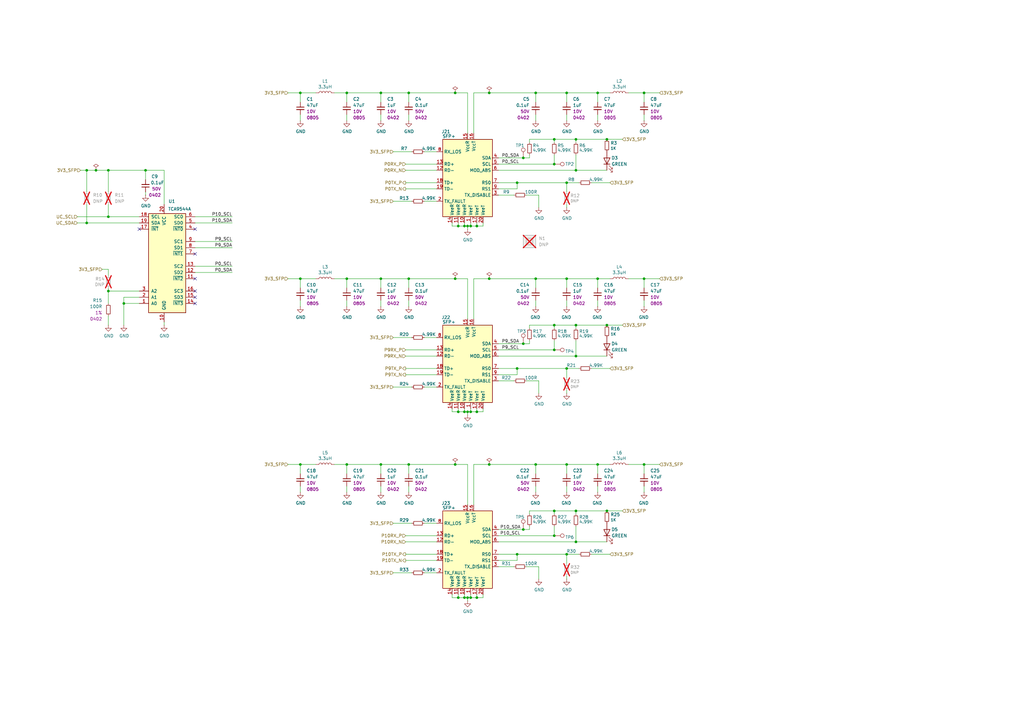
<source format=kicad_sch>
(kicad_sch (version 20231120) (generator "eeschema") (generator_version "8.0")
  (paper "A3")
  (title_block (title "RouterCoreBase") (date "2026-01-30") (rev "A"))
  (junction (at 44.45 119.38))
  (junction (at 245.11 114.3))
  (junction (at 123.19 190.5))
  (junction (at 236.22 209.55))
  (junction (at 248.92 57.15))
  (junction (at 245.11 38.1))
  (junction (at 187.96 245.11))
  (junction (at 227.33 67.31))
  (junction (at 245.11 190.5))
  (junction (at 214.63 64.77))
  (junction (at 190.5 168.91))
  (junction (at 142.24 38.1))
  (junction (at 232.41 38.1))
  (junction (at 200.66 38.1))
  (junction (at 232.41 190.5))
  (junction (at 190.5 245.11))
  (junction (at 156.21 190.5))
  (junction (at 227.33 219.71))
  (junction (at 227.33 143.51))
  (junction (at 35.56 69.85))
  (junction (at 193.04 92.71))
  (junction (at 232.41 74.93))
  (junction (at 167.64 38.1))
  (junction (at 142.24 114.3))
  (junction (at 167.64 114.3))
  (junction (at 232.41 151.13))
  (junction (at 50.8 124.46))
  (junction (at 236.22 57.15))
  (junction (at 195.58 245.11))
  (junction (at 236.22 222.25))
  (junction (at 264.16 38.1))
  (junction (at 264.16 114.3))
  (junction (at 187.96 92.71))
  (junction (at 248.92 133.35))
  (junction (at 59.69 69.85))
  (junction (at 200.66 114.3))
  (junction (at 191.77 245.11))
  (junction (at 186.69 38.1))
  (junction (at 193.04 245.11))
  (junction (at 167.64 190.5))
  (junction (at 264.16 190.5))
  (junction (at 236.22 146.05))
  (junction (at 191.77 168.91))
  (junction (at 186.69 114.3))
  (junction (at 200.66 190.5))
  (junction (at 248.92 209.55))
  (junction (at 214.63 140.97))
  (junction (at 195.58 168.91))
  (junction (at 123.19 114.3))
  (junction (at 232.41 227.33))
  (junction (at 187.96 168.91))
  (junction (at 212.09 151.13))
  (junction (at 236.22 69.85))
  (junction (at 191.77 92.71))
  (junction (at 219.71 114.3))
  (junction (at 227.33 209.55))
  (junction (at 232.41 114.3))
  (junction (at 142.24 190.5))
  (junction (at 214.63 217.17))
  (junction (at 219.71 190.5))
  (junction (at 212.09 74.93))
  (junction (at 219.71 38.1))
  (junction (at 193.04 168.91))
  (junction (at 195.58 92.71))
  (junction (at 44.45 69.85))
  (junction (at 156.21 38.1))
  (junction (at 227.33 57.15))
  (junction (at 35.56 91.44))
  (junction (at 236.22 133.35))
  (junction (at 44.45 88.9))
  (junction (at 186.69 190.5))
  (junction (at 123.19 38.1))
  (junction (at 156.21 114.3))
  (junction (at 212.09 227.33))
  (junction (at 227.33 133.35))
  (junction (at 39.37 69.85))
  (junction (at 190.5 92.71))
  (no_connect (at 80.01 104.14))
  (no_connect (at 80.01 114.3))
  (no_connect (at 80.01 121.92))
  (no_connect (at 80.01 93.98))
  (no_connect (at 57.15 93.98))
  (no_connect (at 80.01 124.46))
  (no_connect (at 80.01 119.38))
  (wire (pts (xy 156.21 46.99) (xy 156.21 49.53)))
  (wire (pts (xy 185.42 91.44) (xy 185.42 92.71)))
  (wire (pts (xy 220.98 156.21) (xy 215.9 156.21)))
  (wire (pts (xy 264.16 46.99) (xy 264.16 49.53)))
  (wire (pts (xy 217.17 140.97) (xy 217.17 139.7)))
  (wire (pts (xy 173.99 158.75) (xy 179.07 158.75)))
  (wire (pts (xy 232.41 118.11) (xy 232.41 114.3)))
  (wire (pts (xy 123.19 199.39) (xy 123.19 201.93)))
  (wire (pts (xy 232.41 114.3) (xy 219.71 114.3)))
  (wire (pts (xy 156.21 123.19) (xy 156.21 125.73)))
  (wire (pts (xy 187.96 245.11) (xy 190.5 245.11)))
  (wire (pts (xy 193.04 245.11) (xy 195.58 245.11)))
  (wire (pts (xy 248.92 57.15) (xy 255.27 57.15)))
  (wire (pts (xy 179.07 146.05) (xy 166.37 146.05)))
  (wire (pts (xy 161.29 214.63) (xy 168.91 214.63)))
  (wire (pts (xy 185.42 167.64) (xy 185.42 168.91)))
  (wire (pts (xy 35.56 78.74) (xy 35.56 69.85)))
  (wire (pts (xy 250.19 227.33) (xy 242.57 227.33)))
  (wire (pts (xy 217.17 210.82) (xy 217.17 209.55)))
  (wire (pts (xy 227.33 219.71) (xy 227.33 215.9)))
  (wire (pts (xy 80.01 111.76) (xy 95.25 111.76)))
  (wire (pts (xy 210.82 156.21) (xy 204.47 156.21)))
  (wire (pts (xy 232.41 49.53) (xy 232.41 46.99)))
  (wire (pts (xy 250.19 190.5) (xy 245.11 190.5)))
  (wire (pts (xy 191.77 245.11) (xy 193.04 245.11)))
  (wire (pts (xy 245.11 199.39) (xy 245.11 201.93)))
  (wire (pts (xy 245.11 38.1) (xy 232.41 38.1)))
  (wire (pts (xy 194.31 207.01) (xy 194.31 190.5)))
  (wire (pts (xy 232.41 154.94) (xy 232.41 151.13)))
  (wire (pts (xy 204.47 64.77) (xy 214.63 64.77)))
  (wire (pts (xy 236.22 134.62) (xy 236.22 133.35)))
  (wire (pts (xy 194.31 38.1) (xy 200.66 38.1)))
  (wire (pts (xy 50.8 121.92) (xy 50.8 124.46)))
  (wire (pts (xy 200.66 114.3) (xy 194.31 114.3)))
  (wire (pts (xy 204.47 140.97) (xy 214.63 140.97)))
  (wire (pts (xy 219.71 41.91) (xy 219.71 38.1)))
  (wire (pts (xy 193.04 243.84) (xy 193.04 245.11)))
  (wire (pts (xy 264.16 190.5) (xy 270.51 190.5)))
  (wire (pts (xy 191.77 190.5) (xy 191.77 207.01)))
  (wire (pts (xy 33.02 69.85) (xy 35.56 69.85)))
  (wire (pts (xy 123.19 123.19) (xy 123.19 125.73)))
  (wire (pts (xy 35.56 83.82) (xy 35.56 91.44)))
  (wire (pts (xy 44.45 69.85) (xy 59.69 69.85)))
  (wire (pts (xy 198.12 92.71) (xy 198.12 91.44)))
  (wire (pts (xy 248.92 209.55) (xy 255.27 209.55)))
  (wire (pts (xy 264.16 194.31) (xy 264.16 190.5)))
  (wire (pts (xy 195.58 243.84) (xy 195.58 245.11)))
  (wire (pts (xy 118.11 38.1) (xy 123.19 38.1)))
  (wire (pts (xy 232.41 190.5) (xy 219.71 190.5)))
  (wire (pts (xy 210.82 80.01) (xy 204.47 80.01)))
  (wire (pts (xy 219.71 38.1) (xy 200.66 38.1)))
  (wire (pts (xy 193.04 167.64) (xy 193.04 168.91)))
  (wire (pts (xy 195.58 92.71) (xy 198.12 92.71)))
  (wire (pts (xy 264.16 199.39) (xy 264.16 201.93)))
  (wire (pts (xy 44.45 118.11) (xy 44.45 119.38)))
  (wire (pts (xy 57.15 124.46) (xy 50.8 124.46)))
  (wire (pts (xy 123.19 190.5) (xy 129.54 190.5)))
  (wire (pts (xy 236.22 210.82) (xy 236.22 209.55)))
  (wire (pts (xy 31.75 91.44) (xy 35.56 91.44)))
  (wire (pts (xy 227.33 63.5) (xy 227.33 67.31)))
  (wire (pts (xy 232.41 160.02) (xy 232.41 161.29)))
  (wire (pts (xy 219.71 190.5) (xy 200.66 190.5)))
  (wire (pts (xy 167.64 41.91) (xy 167.64 38.1)))
  (wire (pts (xy 195.58 91.44) (xy 195.58 92.71)))
  (wire (pts (xy 217.17 58.42) (xy 217.17 57.15)))
  (wire (pts (xy 167.64 38.1) (xy 186.69 38.1)))
  (wire (pts (xy 167.64 199.39) (xy 167.64 201.93)))
  (wire (pts (xy 142.24 118.11) (xy 142.24 114.3)))
  (wire (pts (xy 214.63 140.97) (xy 217.17 140.97)))
  (wire (pts (xy 204.47 219.71) (xy 227.33 219.71)))
  (wire (pts (xy 245.11 114.3) (xy 232.41 114.3)))
  (wire (pts (xy 44.45 83.82) (xy 44.45 88.9)))
  (wire (pts (xy 118.11 114.3) (xy 123.19 114.3)))
  (wire (pts (xy 204.47 217.17) (xy 214.63 217.17)))
  (wire (pts (xy 219.71 114.3) (xy 200.66 114.3)))
  (wire (pts (xy 219.71 46.99) (xy 219.71 49.53)))
  (wire (pts (xy 236.22 57.15) (xy 248.92 57.15)))
  (wire (pts (xy 161.29 158.75) (xy 168.91 158.75)))
  (wire (pts (xy 179.07 143.51) (xy 166.37 143.51)))
  (wire (pts (xy 142.24 114.3) (xy 156.21 114.3)))
  (wire (pts (xy 44.45 78.74) (xy 44.45 69.85)))
  (wire (pts (xy 80.01 99.06) (xy 95.25 99.06)))
  (wire (pts (xy 236.22 209.55) (xy 248.92 209.55)))
  (wire (pts (xy 39.37 69.85) (xy 44.45 69.85)))
  (wire (pts (xy 190.5 243.84) (xy 190.5 245.11)))
  (wire (pts (xy 179.07 69.85) (xy 166.37 69.85)))
  (wire (pts (xy 191.77 38.1) (xy 191.77 54.61)))
  (wire (pts (xy 204.47 222.25) (xy 236.22 222.25)))
  (wire (pts (xy 156.21 114.3) (xy 167.64 114.3)))
  (wire (pts (xy 232.41 74.93) (xy 237.49 74.93)))
  (wire (pts (xy 35.56 69.85) (xy 39.37 69.85)))
  (wire (pts (xy 212.09 229.87) (xy 212.09 227.33)))
  (wire (pts (xy 142.24 190.5) (xy 156.21 190.5)))
  (wire (pts (xy 232.41 83.82) (xy 232.41 85.09)))
  (wire (pts (xy 161.29 62.23) (xy 168.91 62.23)))
  (wire (pts (xy 220.98 85.09) (xy 220.98 80.01)))
  (wire (pts (xy 193.04 91.44) (xy 193.04 92.71)))
  (wire (pts (xy 193.04 92.71) (xy 195.58 92.71)))
  (wire (pts (xy 185.42 92.71) (xy 187.96 92.71)))
  (wire (pts (xy 41.91 110.49) (xy 44.45 110.49)))
  (wire (pts (xy 167.64 123.19) (xy 167.64 125.73)))
  (wire (pts (xy 217.17 57.15) (xy 227.33 57.15)))
  (wire (pts (xy 191.77 168.91) (xy 193.04 168.91)))
  (wire (pts (xy 245.11 118.11) (xy 245.11 114.3)))
  (wire (pts (xy 220.98 237.49) (xy 220.98 232.41)))
  (wire (pts (xy 204.47 151.13) (xy 212.09 151.13)))
  (wire (pts (xy 194.31 130.81) (xy 194.31 114.3)))
  (wire (pts (xy 185.42 245.11) (xy 187.96 245.11)))
  (wire (pts (xy 191.77 92.71) (xy 191.77 93.98)))
  (wire (pts (xy 193.04 168.91) (xy 195.58 168.91)))
  (wire (pts (xy 219.71 194.31) (xy 219.71 190.5)))
  (wire (pts (xy 219.71 123.19) (xy 219.71 125.73)))
  (wire (pts (xy 123.19 41.91) (xy 123.19 38.1)))
  (wire (pts (xy 195.58 245.11) (xy 198.12 245.11)))
  (wire (pts (xy 227.33 57.15) (xy 236.22 57.15)))
  (wire (pts (xy 204.47 146.05) (xy 236.22 146.05)))
  (wire (pts (xy 179.07 74.93) (xy 166.37 74.93)))
  (wire (pts (xy 187.96 243.84) (xy 187.96 245.11)))
  (wire (pts (xy 59.69 73.66) (xy 59.69 69.85)))
  (wire (pts (xy 179.07 151.13) (xy 166.37 151.13)))
  (wire (pts (xy 227.33 143.51) (xy 227.33 139.7)))
  (wire (pts (xy 236.22 133.35) (xy 248.92 133.35)))
  (wire (pts (xy 250.19 74.93) (xy 242.57 74.93)))
  (wire (pts (xy 264.16 38.1) (xy 257.81 38.1)))
  (wire (pts (xy 232.41 125.73) (xy 232.41 123.19)))
  (wire (pts (xy 59.69 69.85) (xy 67.31 69.85)))
  (wire (pts (xy 80.01 101.6) (xy 95.25 101.6)))
  (wire (pts (xy 264.16 114.3) (xy 257.81 114.3)))
  (wire (pts (xy 245.11 123.19) (xy 245.11 125.73)))
  (wire (pts (xy 212.09 77.47) (xy 212.09 74.93)))
  (wire (pts (xy 44.45 133.35) (xy 44.45 129.54)))
  (wire (pts (xy 220.98 232.41) (xy 215.9 232.41)))
  (wire (pts (xy 50.8 124.46) (xy 50.8 133.35)))
  (wire (pts (xy 123.19 38.1) (xy 129.54 38.1)))
  (wire (pts (xy 156.21 118.11) (xy 156.21 114.3)))
  (wire (pts (xy 232.41 151.13) (xy 237.49 151.13)))
  (wire (pts (xy 190.5 167.64) (xy 190.5 168.91)))
  (wire (pts (xy 204.47 227.33) (xy 212.09 227.33)))
  (wire (pts (xy 186.69 190.5) (xy 191.77 190.5)))
  (wire (pts (xy 264.16 114.3) (xy 270.51 114.3)))
  (wire (pts (xy 179.07 222.25) (xy 166.37 222.25)))
  (wire (pts (xy 67.31 69.85) (xy 67.31 83.82)))
  (wire (pts (xy 179.07 227.33) (xy 166.37 227.33)))
  (wire (pts (xy 245.11 194.31) (xy 245.11 190.5)))
  (wire (pts (xy 156.21 199.39) (xy 156.21 201.93)))
  (wire (pts (xy 179.07 67.31) (xy 166.37 67.31)))
  (wire (pts (xy 219.71 199.39) (xy 219.71 201.93)))
  (wire (pts (xy 200.66 190.5) (xy 194.31 190.5)))
  (wire (pts (xy 123.19 118.11) (xy 123.19 114.3)))
  (wire (pts (xy 248.92 133.35) (xy 255.27 133.35)))
  (wire (pts (xy 179.07 219.71) (xy 166.37 219.71)))
  (wire (pts (xy 167.64 46.99) (xy 167.64 49.53)))
  (wire (pts (xy 173.99 82.55) (xy 179.07 82.55)))
  (wire (pts (xy 167.64 114.3) (xy 186.69 114.3)))
  (wire (pts (xy 173.99 62.23) (xy 179.07 62.23)))
  (wire (pts (xy 173.99 214.63) (xy 179.07 214.63)))
  (wire (pts (xy 204.47 74.93) (xy 212.09 74.93)))
  (wire (pts (xy 156.21 41.91) (xy 156.21 38.1)))
  (wire (pts (xy 232.41 78.74) (xy 232.41 74.93)))
  (wire (pts (xy 137.16 114.3) (xy 142.24 114.3)))
  (wire (pts (xy 245.11 41.91) (xy 245.11 38.1)))
  (wire (pts (xy 173.99 234.95) (xy 179.07 234.95)))
  (wire (pts (xy 161.29 234.95) (xy 168.91 234.95)))
  (wire (pts (xy 204.47 143.51) (xy 227.33 143.51)))
  (wire (pts (xy 210.82 232.41) (xy 204.47 232.41)))
  (wire (pts (xy 142.24 41.91) (xy 142.24 38.1)))
  (wire (pts (xy 167.64 190.5) (xy 186.69 190.5)))
  (wire (pts (xy 137.16 190.5) (xy 142.24 190.5)))
  (wire (pts (xy 217.17 133.35) (xy 227.33 133.35)))
  (wire (pts (xy 227.33 210.82) (xy 227.33 209.55)))
  (wire (pts (xy 156.21 190.5) (xy 167.64 190.5)))
  (wire (pts (xy 167.64 194.31) (xy 167.64 190.5)))
  (wire (pts (xy 142.24 38.1) (xy 156.21 38.1)))
  (wire (pts (xy 212.09 74.93) (xy 232.41 74.93)))
  (wire (pts (xy 198.12 245.11) (xy 198.12 243.84)))
  (wire (pts (xy 186.69 114.3) (xy 191.77 114.3)))
  (wire (pts (xy 217.17 134.62) (xy 217.17 133.35)))
  (wire (pts (xy 190.5 91.44) (xy 190.5 92.71)))
  (wire (pts (xy 212.09 153.67) (xy 212.09 151.13)))
  (wire (pts (xy 217.17 217.17) (xy 217.17 215.9)))
  (wire (pts (xy 204.47 69.85) (xy 236.22 69.85)))
  (wire (pts (xy 214.63 217.17) (xy 217.17 217.17)))
  (wire (pts (xy 185.42 243.84) (xy 185.42 245.11)))
  (wire (pts (xy 80.01 91.44) (xy 95.25 91.44)))
  (wire (pts (xy 142.24 194.31) (xy 142.24 190.5)))
  (wire (pts (xy 167.64 118.11) (xy 167.64 114.3)))
  (wire (pts (xy 187.96 168.91) (xy 190.5 168.91)))
  (wire (pts (xy 123.19 114.3) (xy 129.54 114.3)))
  (wire (pts (xy 227.33 133.35) (xy 236.22 133.35)))
  (wire (pts (xy 264.16 41.91) (xy 264.16 38.1)))
  (wire (pts (xy 142.24 46.99) (xy 142.24 49.53)))
  (wire (pts (xy 118.11 190.5) (xy 123.19 190.5)))
  (wire (pts (xy 80.01 88.9) (xy 95.25 88.9)))
  (wire (pts (xy 179.07 77.47) (xy 166.37 77.47)))
  (wire (pts (xy 250.19 151.13) (xy 242.57 151.13)))
  (wire (pts (xy 220.98 80.01) (xy 215.9 80.01)))
  (wire (pts (xy 232.41 194.31) (xy 232.41 190.5)))
  (wire (pts (xy 204.47 229.87) (xy 212.09 229.87)))
  (wire (pts (xy 245.11 190.5) (xy 232.41 190.5)))
  (wire (pts (xy 195.58 168.91) (xy 198.12 168.91)))
  (wire (pts (xy 250.19 114.3) (xy 245.11 114.3)))
  (wire (pts (xy 190.5 168.91) (xy 191.77 168.91)))
  (wire (pts (xy 123.19 194.31) (xy 123.19 190.5)))
  (wire (pts (xy 156.21 38.1) (xy 167.64 38.1)))
  (wire (pts (xy 185.42 168.91) (xy 187.96 168.91)))
  (wire (pts (xy 179.07 153.67) (xy 166.37 153.67)))
  (wire (pts (xy 173.99 138.43) (xy 179.07 138.43)))
  (wire (pts (xy 236.22 69.85) (xy 248.92 69.85)))
  (wire (pts (xy 179.07 229.87) (xy 166.37 229.87)))
  (wire (pts (xy 236.22 58.42) (xy 236.22 57.15)))
  (wire (pts (xy 67.31 133.35) (xy 67.31 132.08)))
  (wire (pts (xy 187.96 91.44) (xy 187.96 92.71)))
  (wire (pts (xy 156.21 194.31) (xy 156.21 190.5)))
  (wire (pts (xy 220.98 161.29) (xy 220.98 156.21)))
  (wire (pts (xy 142.24 199.39) (xy 142.24 201.93)))
  (wire (pts (xy 35.56 91.44) (xy 57.15 91.44)))
  (wire (pts (xy 264.16 190.5) (xy 257.81 190.5)))
  (wire (pts (xy 212.09 151.13) (xy 232.41 151.13)))
  (wire (pts (xy 236.22 222.25) (xy 248.92 222.25)))
  (wire (pts (xy 142.24 123.19) (xy 142.24 125.73)))
  (wire (pts (xy 44.45 110.49) (xy 44.45 113.03)))
  (wire (pts (xy 190.5 92.71) (xy 191.77 92.71)))
  (wire (pts (xy 31.75 88.9) (xy 44.45 88.9)))
  (wire (pts (xy 232.41 41.91) (xy 232.41 38.1)))
  (wire (pts (xy 227.33 209.55) (xy 236.22 209.55)))
  (wire (pts (xy 232.41 236.22) (xy 232.41 237.49)))
  (wire (pts (xy 191.77 245.11) (xy 191.77 246.38)))
  (wire (pts (xy 204.47 153.67) (xy 212.09 153.67)))
  (wire (pts (xy 250.19 38.1) (xy 245.11 38.1)))
  (wire (pts (xy 198.12 168.91) (xy 198.12 167.64)))
  (wire (pts (xy 236.22 69.85) (xy 236.22 63.5)))
  (wire (pts (xy 232.41 231.14) (xy 232.41 227.33)))
  (wire (pts (xy 187.96 167.64) (xy 187.96 168.91)))
  (wire (pts (xy 44.45 119.38) (xy 57.15 119.38)))
  (wire (pts (xy 204.47 67.31) (xy 227.33 67.31)))
  (wire (pts (xy 232.41 227.33) (xy 237.49 227.33)))
  (wire (pts (xy 264.16 123.19) (xy 264.16 125.73)))
  (wire (pts (xy 187.96 92.71) (xy 190.5 92.71)))
  (wire (pts (xy 264.16 118.11) (xy 264.16 114.3)))
  (wire (pts (xy 191.77 92.71) (xy 193.04 92.71)))
  (wire (pts (xy 264.16 38.1) (xy 270.51 38.1)))
  (wire (pts (xy 204.47 77.47) (xy 212.09 77.47)))
  (wire (pts (xy 236.22 146.05) (xy 236.22 139.7)))
  (wire (pts (xy 44.45 88.9) (xy 57.15 88.9)))
  (wire (pts (xy 219.71 118.11) (xy 219.71 114.3)))
  (wire (pts (xy 59.69 78.74) (xy 59.69 80.01)))
  (wire (pts (xy 195.58 167.64) (xy 195.58 168.91)))
  (wire (pts (xy 191.77 168.91) (xy 191.77 170.18)))
  (wire (pts (xy 161.29 138.43) (xy 168.91 138.43)))
  (wire (pts (xy 57.15 121.92) (xy 50.8 121.92)))
  (wire (pts (xy 236.22 146.05) (xy 248.92 146.05)))
  (wire (pts (xy 191.77 114.3) (xy 191.77 130.81)))
  (wire (pts (xy 44.45 124.46) (xy 44.45 119.38)))
  (wire (pts (xy 214.63 64.77) (xy 217.17 64.77)))
  (wire (pts (xy 137.16 38.1) (xy 142.24 38.1)))
  (wire (pts (xy 232.41 201.93) (xy 232.41 199.39)))
  (wire (pts (xy 232.41 38.1) (xy 219.71 38.1)))
  (wire (pts (xy 161.29 82.55) (xy 168.91 82.55)))
  (wire (pts (xy 227.33 134.62) (xy 227.33 133.35)))
  (wire (pts (xy 194.31 54.61) (xy 194.31 38.1)))
  (wire (pts (xy 123.19 46.99) (xy 123.19 49.53)))
  (wire (pts (xy 227.33 58.42) (xy 227.33 57.15)))
  (wire (pts (xy 190.5 245.11) (xy 191.77 245.11)))
  (wire (pts (xy 236.22 222.25) (xy 236.22 215.9)))
  (wire (pts (xy 80.01 109.22) (xy 95.25 109.22)))
  (wire (pts (xy 245.11 46.99) (xy 245.11 49.53)))
  (wire (pts (xy 217.17 209.55) (xy 227.33 209.55)))
  (wire (pts (xy 217.17 63.5) (xy 217.17 64.77)))
  (wire (pts (xy 186.69 38.1) (xy 191.77 38.1)))
  (wire (pts (xy 212.09 227.33) (xy 232.41 227.33)))
  (label "P0_SDA" (at 205.74 64.77 0))
  (label "P0_SCL" (at 205.74 67.31 0))
  (label "P9_SCL" (at 205.74 143.51 0))
  (label "P0_SCL" (at 95.25 109.22 180))
  (label "P0_SDA" (at 95.25 111.76 180))
  (label "P10_SDA" (at 205.105 217.17 0))
  (label "P10_SDA" (at 95.25 91.44 180))
  (label "P9_SDA" (at 205.74 140.97 0))
  (label "P10_SCL" (at 205.105 219.71 0))
  (label "P10_SCL" (at 95.25 88.9 180))
  (label "P9_SCL" (at 95.25 99.06 180))
  (label "P9_SDA" (at 95.25 101.6 180))
  (hierarchical_label "3V3_SFP" (shape input) (at 161.29 62.23 180))
  (hierarchical_label "3V3_SFP" (shape input) (at 255.27 209.55 0))
  (hierarchical_label "P0RX_N" (shape input) (at 166.37 69.85 180))
  (hierarchical_label "3V3_SFP" (shape input) (at 270.51 114.3 0))
  (hierarchical_label "3V3_SFP" (shape input) (at 33.02 69.85 180))
  (hierarchical_label "3V3_SFP" (shape input) (at 161.29 214.63 180))
  (hierarchical_label "P10TX_P" (shape output) (at 166.37 227.33 180))
  (hierarchical_label "3V3_SFP" (shape input) (at 118.11 38.1 180))
  (hierarchical_label "P10TX_N" (shape output) (at 166.37 229.87 180))
  (hierarchical_label "P0TX_P" (shape output) (at 166.37 74.93 180))
  (hierarchical_label "3V3_SFP" (shape input) (at 250.19 227.33 0))
  (hierarchical_label "3V3_SFP" (shape input) (at 161.29 82.55 180))
  (hierarchical_label "3V3_SFP" (shape input) (at 161.29 234.95 180))
  (hierarchical_label "3V3_SFP" (shape input) (at 270.51 190.5 0))
  (hierarchical_label "P10RX_N" (shape input) (at 166.37 222.25 180))
  (hierarchical_label "P9TX_N" (shape output) (at 166.37 153.67 180))
  (hierarchical_label "3V3_SFP" (shape input) (at 250.19 74.93 0))
  (hierarchical_label "3V3_SFP" (shape input) (at 161.29 158.75 180))
  (hierarchical_label "3V3_SFP" (shape input) (at 250.19 151.13 0))
  (hierarchical_label "3V3_SFP" (shape input) (at 161.29 138.43 180))
  (hierarchical_label "3V3_SFP" (shape input) (at 255.27 57.15 0))
  (hierarchical_label "P10RX_P" (shape input) (at 166.37 219.71 180))
  (hierarchical_label "P9RX_N" (shape input) (at 166.37 146.05 180))
  (hierarchical_label "P9RX_P" (shape input) (at 166.37 143.51 180))
  (hierarchical_label "UC_SDA" (shape input) (at 31.75 91.44 180))
  (hierarchical_label "3V3_SFP" (shape input) (at 270.51 38.1 0))
  (hierarchical_label "3V3_SFP" (shape input) (at 41.91 110.49 180))
  (hierarchical_label "3V3_SFP" (shape input) (at 118.11 190.5 180))
  (hierarchical_label "P9TX_P" (shape output) (at 166.37 151.13 180))
  (hierarchical_label "3V3_SFP" (shape input) (at 255.27 133.35 0))
  (hierarchical_label "P0TX_N" (shape output) (at 166.37 77.47 180))
  (hierarchical_label "UC_SCL" (shape input) (at 31.75 88.9 180))
  (hierarchical_label "3V3_SFP" (shape input) (at 118.11 114.3 180))
  (hierarchical_label "P0RX_P" (shape input) (at 166.37 67.31 180))
  (symbol (lib_id "Kpk:SFP+") (at 191.77 72.39 0) (mirror y) (unit 1)
    (property "Reference" "J21" (at 182.88 53.975 0))
    (property "Value" "SFP+" (at 184.15 55.88 0))
    (property "Footprint" "Kpk:Connector_SFP" (effects (hide yes)))
    (property "Datasheet" "https://members.snia.org/document/dl/25892" (effects (hide yes)))
    (property "Description" "CONN SFP+ RCPT 20POS SLD R/A SMD" (effects (hide yes)))
    (property "Supplier 1" "LCSC" (effects (hide yes)))
    (property "LCSC#" "C277615" (effects (hide yes)))
    (property "MFG1" "Molex" (effects (hide yes)))
    (property "MFG1_PART#" "0744410001" (effects (hide yes)))
    (property "Price 100U" "0.5769" (effects (hide yes)))
    (property "Price 10U" "0.6954" (effects (hide yes)))
    (property "TEMP" "-40°C ~ 85°C" (effects (hide yes)))
    (property "JLC" "C277615" (effects (hide yes)))
    (property "Price 1KU" "0.4771" (effects (hide yes)))
  )
  (symbol (lib_id "Device:L") (at 133.35 38.1 90) (unit 1)
    (property "Reference" "L1" (at 133.35 33.274 90))
    (property "Value" "3.3uH" (at 133.35 35.5854 90))
    (property "Footprint" "Inductor_SMD:L_1008_2520Metric" (effects (hide yes)))
    (property "Description" "FIXED IND 3.3UH 1.8A 135MOHM SMD" (effects (hide yes)))
    (property "Supplier 1" "LCSC" (effects (hide yes)))
    (property "LCSC#" "C2041573" (effects (hide yes)))
    (property "MFG1" "Murata Electronics" (effects (hide yes)))
    (property "MFG1_PART#" "DFE252012F-3R3M=P2" (effects (hide yes)))
    (property "Price 100U" "0.138" (effects (hide yes)))
    (property "Price 10U" "0.1702" (effects (hide yes)))
    (property "TEMP" "-40°C ~ 125°C" (effects (hide yes)))
    (property "JLC" "C2041573" (effects (hide yes)))
    (property "Price 1KU" "0.107" (effects (hide yes)))
  )
  (symbol (lib_id "Device:C_Small") (at 167.64 44.45 180) (unit 1)
    (property "Reference" "C4" (at 170.18 40.6335 0) (effects (justify right)))
    (property "Value" "0.1uF" (at 170.18 43.1735 0) (effects (justify right)))
    (property "Footprint" "Kpk:C_0402_Small" (effects (hide yes)))
    (property "Description" "CAP CER 0.1UF 50V X7R 0402" (effects (hide yes)))
    (property "LCSC#" "C85858" (effects (hide yes)))
    (property "Supplier 1" "LCSC" (effects (hide yes)))
    (property "VOLTAGE" "50V" (at 170.18 45.7135 0) (effects (justify right)))
    (property "JLC" "C85858" (effects (hide yes)))
    (property "MFG1" "Murata Electronics" (effects (hide yes)))
    (property "MFG1_PART#" "GCM155R71H104KE02D" (effects (hide yes)))
    (property "PACKAGE" "0402" (at 170.18 48.2535 0) (effects (justify right)))
    (property "Price 100U" "0.003" (effects (hide yes)))
    (property "Price 10U" "0.003" (effects (hide yes)))
    (property "Price 1KU" "0.0023" (effects (hide yes)))
    (property "TEMP" "-55°C ~ 125°C" (effects (hide yes)))
  )
  (symbol (lib_id "Device:L") (at 254 38.1 270) (mirror x) (unit 1)
    (property "Reference" "L2" (at 254 33.274 90))
    (property "Value" "3.3uH" (at 254 35.5854 90))
    (property "Footprint" "Inductor_SMD:L_1008_2520Metric" (effects (hide yes)))
    (property "Description" "FIXED IND 3.3UH 1.8A 135MOHM SMD" (effects (hide yes)))
    (property "Supplier 1" "LCSC" (effects (hide yes)))
    (property "LCSC#" "C2041573" (effects (hide yes)))
    (property "MFG1" "Murata Electronics" (effects (hide yes)))
    (property "MFG1_PART#" "DFE252012F-3R3M=P2" (effects (hide yes)))
    (property "Price 100U" "0.138" (effects (hide yes)))
    (property "Price 10U" "0.1702" (effects (hide yes)))
    (property "TEMP" "-40°C ~ 125°C" (effects (hide yes)))
    (property "JLC" "C2041573" (effects (hide yes)))
    (property "Price 1KU" "0.107" (effects (hide yes)))
  )
  (symbol (lib_id "Device:C_Small") (at 264.16 44.45 0) (mirror y) (unit 1)
    (property "Reference" "C8" (at 266.7 40.6462 0) (effects (justify right)))
    (property "Value" "47uF" (at 266.7 43.1862 0) (effects (justify right)))
    (property "Footprint" "Capacitor_SMD:C_0805_2012Metric" (effects (hide yes)))
    (property "Description" "CAP CER 47UF 10V X5R 0805" (effects (hide yes)))
    (property "LCSC#" "C76636" (effects (hide yes)))
    (property "Supplier 1" "LCSC" (effects (hide yes)))
    (property "VOLTAGE" "10V" (at 266.7 45.7262 0) (effects (justify right)))
    (property "MFG1" "TDK" (effects (hide yes)))
    (property "MFG1_PART#" "C2012X5R1A476MTJ00E" (effects (hide yes)))
    (property "Price 100U" "0.0905" (effects (hide yes)))
    (property "Price 10U" "0.1599" (effects (hide yes)))
    (property "TEMP" "-55°C ~ 85°C" (effects (hide yes)))
    (property "PACKAGE" "0805" (at 266.7 48.2662 0) (effects (justify right)))
    (property "JLC" "C76636" (effects (hide yes)))
    (property "Price 1KU" "0.0817" (effects (hide yes)))
  )
  (symbol (lib_id "Device:C_Small") (at 219.71 44.45 0) (mirror x) (unit 1)
    (property "Reference" "C5" (at 217.17 40.6335 0) (effects (justify right)))
    (property "Value" "0.1uF" (at 217.17 43.1735 0) (effects (justify right)))
    (property "Footprint" "Kpk:C_0402_Small" (effects (hide yes)))
    (property "Description" "CAP CER 0.1UF 50V X7R 0402" (effects (hide yes)))
    (property "LCSC#" "C85858" (effects (hide yes)))
    (property "Supplier 1" "LCSC" (effects (hide yes)))
    (property "VOLTAGE" "50V" (at 217.17 45.7135 0) (effects (justify right)))
    (property "JLC" "C85858" (effects (hide yes)))
    (property "MFG1" "Murata Electronics" (effects (hide yes)))
    (property "MFG1_PART#" "GCM155R71H104KE02D" (effects (hide yes)))
    (property "PACKAGE" "0402" (at 217.17 48.2535 0) (effects (justify right)))
    (property "Price 100U" "0.003" (effects (hide yes)))
    (property "Price 10U" "0.003" (effects (hide yes)))
    (property "Price 1KU" "0.0023" (effects (hide yes)))
    (property "TEMP" "-55°C ~ 125°C" (effects (hide yes)))
  )
  (symbol (lib_id "Device:R_Small") (at 171.45 62.23 270) (mirror x) (unit 1)
    (property "Reference" "R7" (at 165.735 60.96 90))
    (property "Value" "4.99K" (at 175.895 60.96 90))
    (property "Footprint" "Resistor_SMD:R_0402_1005Metric" (effects (hide yes)))
    (property "Description" "RES 4.99K OHM 1% 1/16W 0402" (effects (hide yes)))
    (property "LCSC#" "C137965" (effects (hide yes)))
    (property "Supplier 1" "LCSC" (effects (hide yes)))
    (property "TOLERANCE" "1%" (effects (hide yes)))
    (property "MFG1" "Yageo" (effects (hide yes)))
    (property "MFG1_PART#" "RC0402FR-074K99L" (effects (hide yes)))
    (property "Price 100U" "0.0007" (effects (hide yes)))
    (property "Price 10U" "0.0007" (effects (hide yes)))
    (property "TEMP" "-55°C ~ 155°C" (effects (hide yes)))
    (property "PACKAGE" "0402" (effects (hide yes)))
    (property "JLC" "C137965" (effects (hide yes)))
    (property "Price 1KU" "0.0005" (effects (hide yes)))
  )
  (symbol (lib_id "power:GND") (at 191.77 93.98 0) (unit 1)
    (property "Reference" "#PWR058" (effects (hide yes)))
    (property "Value" "GND" (at 191.897 98.3742 0))
  )
  (symbol (lib_id "Device:R_Small") (at 171.45 82.55 270) (mirror x) (unit 1)
    (property "Reference" "R13" (at 165.735 81.28 90))
    (property "Value" "4.99K" (at 175.895 81.28 90))
    (property "Footprint" "Resistor_SMD:R_0402_1005Metric" (effects (hide yes)))
    (property "Description" "RES 4.99K OHM 1% 1/16W 0402" (effects (hide yes)))
    (property "LCSC#" "C137965" (effects (hide yes)))
    (property "Supplier 1" "LCSC" (effects (hide yes)))
    (property "TOLERANCE" "1%" (effects (hide yes)))
    (property "MFG1" "Yageo" (effects (hide yes)))
    (property "MFG1_PART#" "RC0402FR-074K99L" (effects (hide yes)))
    (property "Price 100U" "0.0007" (effects (hide yes)))
    (property "Price 10U" "0.0007" (effects (hide yes)))
    (property "TEMP" "-55°C ~ 155°C" (effects (hide yes)))
    (property "PACKAGE" "0402" (effects (hide yes)))
    (property "JLC" "C137965" (effects (hide yes)))
    (property "Price 1KU" "0.0005" (effects (hide yes)))
  )
  (symbol (lib_id "Device:R_Small") (at 213.36 80.01 270) (mirror x) (unit 1)
    (property "Reference" "R9" (at 207.645 78.74 90))
    (property "Value" "100R" (at 217.805 78.74 90))
    (property "Footprint" "Resistor_SMD:R_0402_1005Metric" (effects (hide yes)))
    (property "Description" "RES 100 OHM 1% 1/16W 0402" (effects (hide yes)))
    (property "LCSC#" "C106232" (effects (hide yes)))
    (property "Supplier 1" "LCSC" (effects (hide yes)))
    (property "TOLERANCE" "1%" (effects (hide yes)))
    (property "MFG1" "Yageo" (effects (hide yes)))
    (property "MFG1_PART#" "RC0402FR-07100RL" (effects (hide yes)))
    (property "Price 100U" "0.0007" (effects (hide yes)))
    (property "Price 10U" "0.0007" (effects (hide yes)))
    (property "TEMP" "-55°C ~ 155°C" (effects (hide yes)))
    (property "PACKAGE" "0402" (effects (hide yes)))
    (property "JLC" "C106232" (effects (hide yes)))
    (property "Price 1KU" "0.0006" (effects (hide yes)))
  )
  (symbol (lib_id "Device:R_Small") (at 240.03 74.93 270) (mirror x) (unit 1)
    (property "Reference" "R8" (at 234.315 73.66 90))
    (property "Value" "4.99K" (at 244.475 73.66 90))
    (property "Footprint" "Resistor_SMD:R_0402_1005Metric" (effects (hide yes)))
    (property "Description" "RES 4.99K OHM 1% 1/16W 0402" (effects (hide yes)))
    (property "LCSC#" "C137965" (effects (hide yes)))
    (property "Supplier 1" "LCSC" (effects (hide yes)))
    (property "TOLERANCE" "1%" (effects (hide yes)))
    (property "MFG1" "Yageo" (effects (hide yes)))
    (property "MFG1_PART#" "RC0402FR-074K99L" (effects (hide yes)))
    (property "Price 100U" "0.0007" (effects (hide yes)))
    (property "Price 10U" "0.0007" (effects (hide yes)))
    (property "TEMP" "-55°C ~ 155°C" (effects (hide yes)))
    (property "PACKAGE" "0402" (effects (hide yes)))
    (property "JLC" "C137965" (effects (hide yes)))
    (property "Price 1KU" "0.0005" (effects (hide yes)))
  )
  (symbol (lib_id "Device:R_Small") (at 232.41 81.28 180) (unit 1) (dnp yes)
    (property "Reference" "R12" (at 233.9086 80.2386 0) (effects (justify right)))
    (property "Value" "DNP" (at 233.9086 82.423 0) (effects (font (size 1.0922 1.0922)) (justify right)))
    (property "Footprint" "Resistor_SMD:R_0402_1005Metric" (effects (hide yes)))
    (property "Description" "DNP" (effects (hide yes)))
    (property "MFG1_PART#" "DNP" (effects (hide yes)))
    (property "MFG2_PART#" "RC0402FR-071KL" (effects (hide yes)))
  )
  (symbol (lib_id "power:GND") (at 232.41 85.09 0) (unit 1)
    (property "Reference" "#PWR057" (effects (hide yes)))
    (property "Value" "GND" (at 232.537 89.4842 0))
  )
  (symbol (lib_id "Device:R_Small") (at 217.17 60.96 0) (mirror y) (unit 1)
    (property "Reference" "R4" (at 218.44 59.69 0) (effects (justify right)))
    (property "Value" "4.99K" (at 218.44 61.595 0) (effects (justify right)))
    (property "Footprint" "Resistor_SMD:R_0402_1005Metric" (effects (hide yes)))
    (property "Description" "RES 4.99K OHM 1% 1/16W 0402" (effects (hide yes)))
    (property "LCSC#" "C137965" (effects (hide yes)))
    (property "Supplier 1" "LCSC" (effects (hide yes)))
    (property "TOLERANCE" "1%" (effects (hide yes)))
    (property "MFG1" "Yageo" (effects (hide yes)))
    (property "MFG1_PART#" "RC0402FR-074K99L" (effects (hide yes)))
    (property "Price 100U" "0.0007" (effects (hide yes)))
    (property "Price 10U" "0.0007" (effects (hide yes)))
    (property "TEMP" "-55°C ~ 155°C" (effects (hide yes)))
    (property "PACKAGE" "0402" (effects (hide yes)))
    (property "JLC" "C137965" (effects (hide yes)))
    (property "Price 1KU" "0.0005" (effects (hide yes)))
  )
  (symbol (lib_id "Device:R_Small") (at 227.33 60.96 0) (mirror y) (unit 1)
    (property "Reference" "R5" (at 228.6 59.69 0) (effects (justify right)))
    (property "Value" "4.99K" (at 228.6 61.595 0) (effects (justify right)))
    (property "Footprint" "Resistor_SMD:R_0402_1005Metric" (effects (hide yes)))
    (property "Description" "RES 4.99K OHM 1% 1/16W 0402" (effects (hide yes)))
    (property "LCSC#" "C137965" (effects (hide yes)))
    (property "Supplier 1" "LCSC" (effects (hide yes)))
    (property "TOLERANCE" "1%" (effects (hide yes)))
    (property "MFG1" "Yageo" (effects (hide yes)))
    (property "MFG1_PART#" "RC0402FR-074K99L" (effects (hide yes)))
    (property "Price 100U" "0.0007" (effects (hide yes)))
    (property "Price 10U" "0.0007" (effects (hide yes)))
    (property "TEMP" "-55°C ~ 155°C" (effects (hide yes)))
    (property "PACKAGE" "0402" (effects (hide yes)))
    (property "JLC" "C137965" (effects (hide yes)))
    (property "Price 1KU" "0.0005" (effects (hide yes)))
  )
  (symbol (lib_id "Device:C_Small") (at 156.21 44.45 180) (unit 1)
    (property "Reference" "C3" (at 158.75 40.6335 0) (effects (justify right)))
    (property "Value" "1uF" (at 158.75 43.1735 0) (effects (justify right)))
    (property "Footprint" "Kpk:C_0402_Small" (effects (hide yes)))
    (property "Description" "CAP CER 1UF 10V X6S 0402" (effects (hide yes)))
    (property "LCSC#" "C162161" (effects (hide yes)))
    (property "Supplier 1" "LCSC" (effects (hide yes)))
    (property "VOLTAGE" "10V" (at 158.75 45.7135 0) (effects (justify right)))
    (property "MFG1" "Murata Electronics" (effects (hide yes)))
    (property "MFG1_PART#" "GRM155C81A105KA12D" (effects (hide yes)))
    (property "Price 100U" "0.0122" (effects (hide yes)))
    (property "Price 10U" "0.0122" (effects (hide yes)))
    (property "TEMP" "-55°C ~ 105°C" (effects (hide yes)))
    (property "PACKAGE" "0402" (at 158.75 48.2535 0) (effects (justify right)))
    (property "JLC" "C162161" (effects (hide yes)))
    (property "Price 1KU" "0.0098" (effects (hide yes)))
  )
  (symbol (lib_id "Device:C_Small") (at 232.41 44.45 180) (unit 1)
    (property "Reference" "C6" (at 234.95 40.6335 0) (effects (justify right)))
    (property "Value" "1uF" (at 234.95 43.1735 0) (effects (justify right)))
    (property "Footprint" "Kpk:C_0402_Small" (effects (hide yes)))
    (property "Description" "CAP CER 1UF 10V X6S 0402" (effects (hide yes)))
    (property "LCSC#" "C162161" (effects (hide yes)))
    (property "Supplier 1" "LCSC" (effects (hide yes)))
    (property "VOLTAGE" "10V" (at 234.95 45.7135 0) (effects (justify right)))
    (property "MFG1" "Murata Electronics" (effects (hide yes)))
    (property "MFG1_PART#" "GRM155C81A105KA12D" (effects (hide yes)))
    (property "Price 100U" "0.0122" (effects (hide yes)))
    (property "Price 10U" "0.0122" (effects (hide yes)))
    (property "TEMP" "-55°C ~ 105°C" (effects (hide yes)))
    (property "PACKAGE" "0402" (at 234.95 48.2535 0) (effects (justify right)))
    (property "JLC" "C162161" (effects (hide yes)))
    (property "Price 1KU" "0.0098" (effects (hide yes)))
  )
  (symbol (lib_id "Device:C_Small") (at 245.11 44.45 0) (mirror y) (unit 1)
    (property "Reference" "C7" (at 247.65 40.6462 0) (effects (justify right)))
    (property "Value" "47uF" (at 247.65 43.1862 0) (effects (justify right)))
    (property "Footprint" "Capacitor_SMD:C_0805_2012Metric" (effects (hide yes)))
    (property "Description" "CAP CER 47UF 10V X5R 0805" (effects (hide yes)))
    (property "LCSC#" "C76636" (effects (hide yes)))
    (property "Supplier 1" "LCSC" (effects (hide yes)))
    (property "VOLTAGE" "10V" (at 247.65 45.7262 0) (effects (justify right)))
    (property "MFG1" "TDK" (effects (hide yes)))
    (property "MFG1_PART#" "C2012X5R1A476MTJ00E" (effects (hide yes)))
    (property "Price 100U" "0.0905" (effects (hide yes)))
    (property "Price 10U" "0.1599" (effects (hide yes)))
    (property "TEMP" "-55°C ~ 85°C" (effects (hide yes)))
    (property "PACKAGE" "0805" (at 247.65 48.2662 0) (effects (justify right)))
    (property "JLC" "C76636" (effects (hide yes)))
    (property "Price 1KU" "0.0817" (effects (hide yes)))
  )
  (symbol (lib_id "Device:C_Small") (at 142.24 44.45 0) (mirror y) (unit 1)
    (property "Reference" "C2" (at 144.78 40.6462 0) (effects (justify right)))
    (property "Value" "47uF" (at 144.78 43.1862 0) (effects (justify right)))
    (property "Footprint" "Capacitor_SMD:C_0805_2012Metric" (effects (hide yes)))
    (property "Description" "CAP CER 47UF 10V X5R 0805" (effects (hide yes)))
    (property "LCSC#" "C76636" (effects (hide yes)))
    (property "Supplier 1" "LCSC" (effects (hide yes)))
    (property "VOLTAGE" "10V" (at 144.78 45.7262 0) (effects (justify right)))
    (property "MFG1" "TDK" (effects (hide yes)))
    (property "MFG1_PART#" "C2012X5R1A476MTJ00E" (effects (hide yes)))
    (property "Price 100U" "0.0905" (effects (hide yes)))
    (property "Price 10U" "0.1599" (effects (hide yes)))
    (property "TEMP" "-55°C ~ 85°C" (effects (hide yes)))
    (property "PACKAGE" "0805" (at 144.78 48.2662 0) (effects (justify right)))
    (property "JLC" "C76636" (effects (hide yes)))
    (property "Price 1KU" "0.0817" (effects (hide yes)))
  )
  (symbol (lib_id "Device:C_Small") (at 123.19 44.45 0) (mirror y) (unit 1)
    (property "Reference" "C1" (at 125.73 40.6462 0) (effects (justify right)))
    (property "Value" "47uF" (at 125.73 43.1862 0) (effects (justify right)))
    (property "Footprint" "Capacitor_SMD:C_0805_2012Metric" (effects (hide yes)))
    (property "Description" "CAP CER 47UF 10V X5R 0805" (effects (hide yes)))
    (property "LCSC#" "C76636" (effects (hide yes)))
    (property "Supplier 1" "LCSC" (effects (hide yes)))
    (property "VOLTAGE" "10V" (at 125.73 45.7262 0) (effects (justify right)))
    (property "MFG1" "TDK" (effects (hide yes)))
    (property "MFG1_PART#" "C2012X5R1A476MTJ00E" (effects (hide yes)))
    (property "Price 100U" "0.0905" (effects (hide yes)))
    (property "Price 10U" "0.1599" (effects (hide yes)))
    (property "TEMP" "-55°C ~ 85°C" (effects (hide yes)))
    (property "PACKAGE" "0805" (at 125.73 48.2662 0) (effects (justify right)))
    (property "JLC" "C76636" (effects (hide yes)))
    (property "Price 1KU" "0.0817" (effects (hide yes)))
  )
  (symbol (lib_id "power:PWR_FLAG") (at 186.69 38.1 0) (unit 1)
    (property "Reference" "#FLG03" (effects (hide yes)))
    (property "Value" "PWR_FLAG" (effects (hide yes)))
  )
  (symbol (lib_id "power:PWR_FLAG") (at 200.66 38.1 0) (unit 1)
    (property "Reference" "#FLG04" (effects (hide yes)))
    (property "Value" "PWR_FLAG" (effects (hide yes)))
  )
  (symbol (lib_id "Device:R_Small") (at 236.22 60.96 0) (mirror y) (unit 1)
    (property "Reference" "R6" (at 237.49 59.69 0) (effects (justify right)))
    (property "Value" "4.99K" (at 237.49 61.595 0) (effects (justify right)))
    (property "Footprint" "Resistor_SMD:R_0402_1005Metric" (effects (hide yes)))
    (property "Description" "RES 4.99K OHM 1% 1/16W 0402" (effects (hide yes)))
    (property "LCSC#" "C137965" (effects (hide yes)))
    (property "Supplier 1" "LCSC" (effects (hide yes)))
    (property "TOLERANCE" "1%" (effects (hide yes)))
    (property "MFG1" "Yageo" (effects (hide yes)))
    (property "MFG1_PART#" "RC0402FR-074K99L" (effects (hide yes)))
    (property "Price 100U" "0.0007" (effects (hide yes)))
    (property "Price 10U" "0.0007" (effects (hide yes)))
    (property "TEMP" "-55°C ~ 155°C" (effects (hide yes)))
    (property "PACKAGE" "0402" (effects (hide yes)))
    (property "JLC" "C137965" (effects (hide yes)))
    (property "Price 1KU" "0.0005" (effects (hide yes)))
  )
  (symbol (lib_id "Kpk:SFP+") (at 191.77 148.59 0) (mirror y) (unit 1)
    (property "Reference" "J22" (at 182.88 130.175 0))
    (property "Value" "SFP+" (at 184.15 132.08 0))
    (property "Footprint" "Kpk:Connector_SFP" (effects (hide yes)))
    (property "Datasheet" "https://members.snia.org/document/dl/25892" (effects (hide yes)))
    (property "Description" "CONN SFP+ RCPT 20POS SLD R/A SMD" (effects (hide yes)))
    (property "Supplier 1" "LCSC" (effects (hide yes)))
    (property "LCSC#" "C277615" (effects (hide yes)))
    (property "JLC" "C277615" (effects (hide yes)))
    (property "MFG1" "Molex" (effects (hide yes)))
    (property "MFG1_PART#" "0744410001" (effects (hide yes)))
    (property "TEMP" "-40°C ~ 85°C" (effects (hide yes)))
    (property "Price 10U" "0.6954" (effects (hide yes)))
    (property "Price 100U" "0.5769" (effects (hide yes)))
    (property "Price 1KU" "0.4771" (effects (hide yes)))
  )
  (symbol (lib_id "Device:L") (at 133.35 114.3 90) (unit 1)
    (property "Reference" "L3" (at 133.35 109.474 90))
    (property "Value" "3.3uH" (at 133.35 111.7854 90))
    (property "Footprint" "Inductor_SMD:L_1008_2520Metric" (effects (hide yes)))
    (property "Description" "FIXED IND 3.3UH 1.8A 135MOHM SMD" (effects (hide yes)))
    (property "Supplier 1" "LCSC" (effects (hide yes)))
    (property "LCSC#" "C2041573" (effects (hide yes)))
    (property "MFG1" "Murata Electronics" (effects (hide yes)))
    (property "MFG1_PART#" "DFE252012F-3R3M=P2" (effects (hide yes)))
    (property "Price 100U" "0.138" (effects (hide yes)))
    (property "Price 10U" "0.1702" (effects (hide yes)))
    (property "TEMP" "-40°C ~ 125°C" (effects (hide yes)))
    (property "JLC" "C2041573" (effects (hide yes)))
    (property "Price 1KU" "0.107" (effects (hide yes)))
  )
  (symbol (lib_id "power:GND") (at 123.19 125.73 0) (unit 1)
    (property "Reference" "#PWR060" (effects (hide yes)))
    (property "Value" "GND" (at 123.317 130.1242 0))
  )
  (symbol (lib_id "power:GND") (at 142.24 125.73 0) (unit 1)
    (property "Reference" "#PWR061" (effects (hide yes)))
    (property "Value" "GND" (at 142.367 130.1242 0))
  )
  (symbol (lib_id "Device:C_Small") (at 167.64 120.65 180) (unit 1)
    (property "Reference" "C13" (at 170.18 116.8335 0) (effects (justify right)))
    (property "Value" "0.1uF" (at 170.18 119.3735 0) (effects (justify right)))
    (property "Footprint" "Kpk:C_0402_Small" (effects (hide yes)))
    (property "Description" "CAP CER 0.1UF 50V X7R 0402" (effects (hide yes)))
    (property "LCSC#" "C85858" (effects (hide yes)))
    (property "Supplier 1" "LCSC" (effects (hide yes)))
    (property "VOLTAGE" "50V" (at 170.18 121.9135 0) (effects (justify right)))
    (property "JLC" "C85858" (effects (hide yes)))
    (property "MFG1" "Murata Electronics" (effects (hide yes)))
    (property "MFG1_PART#" "GCM155R71H104KE02D" (effects (hide yes)))
    (property "PACKAGE" "0402" (at 170.18 124.4535 0) (effects (justify right)))
    (property "Price 100U" "0.003" (effects (hide yes)))
    (property "Price 10U" "0.003" (effects (hide yes)))
    (property "Price 1KU" "0.0023" (effects (hide yes)))
    (property "TEMP" "-55°C ~ 125°C" (effects (hide yes)))
  )
  (symbol (lib_id "power:GND") (at 167.64 125.73 0) (unit 1)
    (property "Reference" "#PWR063" (effects (hide yes)))
    (property "Value" "GND" (at 167.767 130.1242 0))
  )
  (symbol (lib_id "Device:L") (at 254 114.3 270) (mirror x) (unit 1)
    (property "Reference" "L4" (at 254 109.474 90))
    (property "Value" "3.3uH" (at 254 111.7854 90))
    (property "Footprint" "Inductor_SMD:L_1008_2520Metric" (effects (hide yes)))
    (property "Description" "FIXED IND 3.3UH 1.8A 135MOHM SMD" (effects (hide yes)))
    (property "Supplier 1" "LCSC" (effects (hide yes)))
    (property "LCSC#" "C2041573" (effects (hide yes)))
    (property "MFG1" "Murata Electronics" (effects (hide yes)))
    (property "MFG1_PART#" "DFE252012F-3R3M=P2" (effects (hide yes)))
    (property "Price 100U" "0.138" (effects (hide yes)))
    (property "Price 10U" "0.1702" (effects (hide yes)))
    (property "TEMP" "-40°C ~ 125°C" (effects (hide yes)))
    (property "JLC" "C2041573" (effects (hide yes)))
    (property "Price 1KU" "0.107" (effects (hide yes)))
  )
  (symbol (lib_id "Device:C_Small") (at 264.16 120.65 0) (mirror y) (unit 1)
    (property "Reference" "C17" (at 266.7 116.8462 0) (effects (justify right)))
    (property "Value" "47uF" (at 266.7 119.3862 0) (effects (justify right)))
    (property "Footprint" "Capacitor_SMD:C_0805_2012Metric" (effects (hide yes)))
    (property "Description" "CAP CER 47UF 10V X5R 0805" (effects (hide yes)))
    (property "LCSC#" "C76636" (effects (hide yes)))
    (property "Supplier 1" "LCSC" (effects (hide yes)))
    (property "VOLTAGE" "10V" (at 266.7 121.9262 0) (effects (justify right)))
    (property "MFG1" "TDK" (effects (hide yes)))
    (property "MFG1_PART#" "C2012X5R1A476MTJ00E" (effects (hide yes)))
    (property "Price 100U" "0.0905" (effects (hide yes)))
    (property "Price 10U" "0.1599" (effects (hide yes)))
    (property "TEMP" "-55°C ~ 85°C" (effects (hide yes)))
    (property "PACKAGE" "0805" (at 266.7 124.4662 0) (effects (justify right)))
    (property "JLC" "C76636" (effects (hide yes)))
    (property "Price 1KU" "0.0817" (effects (hide yes)))
  )
  (symbol (lib_id "power:GND") (at 264.16 125.73 0) (mirror y) (unit 1)
    (property "Reference" "#PWR067" (effects (hide yes)))
    (property "Value" "GND" (at 264.033 130.1242 0))
  )
  (symbol (lib_id "power:GND") (at 245.11 125.73 0) (mirror y) (unit 1)
    (property "Reference" "#PWR066" (effects (hide yes)))
    (property "Value" "GND" (at 244.983 130.1242 0))
  )
  (symbol (lib_id "Device:C_Small") (at 219.71 120.65 0) (mirror x) (unit 1)
    (property "Reference" "C14" (at 217.17 116.8335 0) (effects (justify right)))
    (property "Value" "0.1uF" (at 217.17 119.3735 0) (effects (justify right)))
    (property "Footprint" "Kpk:C_0402_Small" (effects (hide yes)))
    (property "Description" "CAP CER 0.1UF 50V X7R 0402" (effects (hide yes)))
    (property "LCSC#" "C85858" (effects (hide yes)))
    (property "Supplier 1" "LCSC" (effects (hide yes)))
    (property "VOLTAGE" "50V" (at 217.17 121.9135 0) (effects (justify right)))
    (property "JLC" "C85858" (effects (hide yes)))
    (property "MFG1" "Murata Electronics" (effects (hide yes)))
    (property "MFG1_PART#" "GCM155R71H104KE02D" (effects (hide yes)))
    (property "PACKAGE" "0402" (at 217.17 124.4535 0) (effects (justify right)))
    (property "Price 100U" "0.003" (effects (hide yes)))
    (property "Price 10U" "0.003" (effects (hide yes)))
    (property "Price 1KU" "0.0023" (effects (hide yes)))
    (property "TEMP" "-55°C ~ 125°C" (effects (hide yes)))
  )
  (symbol (lib_id "power:GND") (at 219.71 125.73 0) (mirror y) (unit 1)
    (property "Reference" "#PWR064" (effects (hide yes)))
    (property "Value" "GND" (at 219.583 130.1242 0))
  )
  (symbol (lib_id "Device:R_Small") (at 171.45 138.43 270) (mirror x) (unit 1)
    (property "Reference" "R20" (at 165.735 137.16 90))
    (property "Value" "4.99K" (at 175.895 137.16 90))
    (property "Footprint" "Resistor_SMD:R_0402_1005Metric" (effects (hide yes)))
    (property "Description" "RES 4.99K OHM 1% 1/16W 0402" (effects (hide yes)))
    (property "LCSC#" "C137965" (effects (hide yes)))
    (property "Supplier 1" "LCSC" (effects (hide yes)))
    (property "TOLERANCE" "1%" (effects (hide yes)))
    (property "MFG1" "Yageo" (effects (hide yes)))
    (property "MFG1_PART#" "RC0402FR-074K99L" (effects (hide yes)))
    (property "Price 100U" "0.0007" (effects (hide yes)))
    (property "Price 10U" "0.0007" (effects (hide yes)))
    (property "TEMP" "-55°C ~ 155°C" (effects (hide yes)))
    (property "PACKAGE" "0402" (effects (hide yes)))
    (property "JLC" "C137965" (effects (hide yes)))
    (property "Price 1KU" "0.0005" (effects (hide yes)))
  )
  (symbol (lib_id "Device:R_Small") (at 171.45 158.75 270) (mirror x) (unit 1)
    (property "Reference" "R24" (at 165.735 157.48 90))
    (property "Value" "4.99K" (at 175.895 157.48 90))
    (property "Footprint" "Resistor_SMD:R_0402_1005Metric" (effects (hide yes)))
    (property "Description" "RES 4.99K OHM 1% 1/16W 0402" (effects (hide yes)))
    (property "LCSC#" "C137965" (effects (hide yes)))
    (property "Supplier 1" "LCSC" (effects (hide yes)))
    (property "TOLERANCE" "1%" (effects (hide yes)))
    (property "MFG1" "Yageo" (effects (hide yes)))
    (property "MFG1_PART#" "RC0402FR-074K99L" (effects (hide yes)))
    (property "Price 100U" "0.0007" (effects (hide yes)))
    (property "Price 10U" "0.0007" (effects (hide yes)))
    (property "TEMP" "-55°C ~ 155°C" (effects (hide yes)))
    (property "PACKAGE" "0402" (effects (hide yes)))
    (property "JLC" "C137965" (effects (hide yes)))
    (property "Price 1KU" "0.0005" (effects (hide yes)))
  )
  (symbol (lib_id "Device:R_Small") (at 213.36 156.21 270) (mirror x) (unit 1)
    (property "Reference" "R22" (at 207.645 154.94 90))
    (property "Value" "100R" (at 217.805 154.94 90))
    (property "Footprint" "Resistor_SMD:R_0402_1005Metric" (effects (hide yes)))
    (property "Description" "RES 100 OHM 1% 1/16W 0402" (effects (hide yes)))
    (property "LCSC#" "C106232" (effects (hide yes)))
    (property "Supplier 1" "LCSC" (effects (hide yes)))
    (property "TOLERANCE" "1%" (effects (hide yes)))
    (property "MFG1" "Yageo" (effects (hide yes)))
    (property "MFG1_PART#" "RC0402FR-07100RL" (effects (hide yes)))
    (property "Price 100U" "0.0007" (effects (hide yes)))
    (property "Price 10U" "0.0007" (effects (hide yes)))
    (property "TEMP" "-55°C ~ 155°C" (effects (hide yes)))
    (property "PACKAGE" "0402" (effects (hide yes)))
    (property "JLC" "C106232" (effects (hide yes)))
    (property "Price 1KU" "0.0006" (effects (hide yes)))
  )
  (symbol (lib_id "Device:R_Small") (at 240.03 151.13 270) (mirror x) (unit 1)
    (property "Reference" "R21" (at 234.315 149.86 90))
    (property "Value" "4.99K" (at 244.475 149.86 90))
    (property "Footprint" "Resistor_SMD:R_0402_1005Metric" (effects (hide yes)))
    (property "Description" "RES 4.99K OHM 1% 1/16W 0402" (effects (hide yes)))
    (property "LCSC#" "C137965" (effects (hide yes)))
    (property "Supplier 1" "LCSC" (effects (hide yes)))
    (property "TOLERANCE" "1%" (effects (hide yes)))
    (property "MFG1" "Yageo" (effects (hide yes)))
    (property "MFG1_PART#" "RC0402FR-074K99L" (effects (hide yes)))
    (property "Price 100U" "0.0007" (effects (hide yes)))
    (property "Price 10U" "0.0007" (effects (hide yes)))
    (property "TEMP" "-55°C ~ 155°C" (effects (hide yes)))
    (property "PACKAGE" "0402" (effects (hide yes)))
    (property "JLC" "C137965" (effects (hide yes)))
    (property "Price 1KU" "0.0005" (effects (hide yes)))
  )
  (symbol (lib_id "Device:R_Small") (at 232.41 157.48 180) (unit 1) (dnp yes)
    (property "Reference" "R23" (at 233.9086 156.4386 0) (effects (justify right)))
    (property "Value" "DNP" (at 233.9086 158.623 0) (effects (font (size 1.0922 1.0922)) (justify right)))
    (property "Footprint" "Resistor_SMD:R_0402_1005Metric" (effects (hide yes)))
    (property "Description" "DNP" (effects (hide yes)))
    (property "MFG1_PART#" "DNP" (effects (hide yes)))
    (property "MFG2_PART#" "RC0402FR-071KL" (effects (hide yes)))
  )
  (symbol (lib_id "power:GND") (at 232.41 161.29 0) (unit 1)
    (property "Reference" "#PWR072" (effects (hide yes)))
    (property "Value" "GND" (at 232.537 165.6842 0))
  )
  (symbol (lib_id "Device:R_Small") (at 217.17 137.16 0) (mirror y) (unit 1)
    (property "Reference" "R17" (at 218.44 135.89 0) (effects (justify right)))
    (property "Value" "4.99K" (at 218.44 137.795 0) (effects (justify right)))
    (property "Footprint" "Resistor_SMD:R_0402_1005Metric" (effects (hide yes)))
    (property "Description" "RES 4.99K OHM 1% 1/16W 0402" (effects (hide yes)))
    (property "LCSC#" "C137965" (effects (hide yes)))
    (property "Supplier 1" "LCSC" (effects (hide yes)))
    (property "TOLERANCE" "1%" (effects (hide yes)))
    (property "MFG1" "Yageo" (effects (hide yes)))
    (property "MFG1_PART#" "RC0402FR-074K99L" (effects (hide yes)))
    (property "Price 100U" "0.0007" (effects (hide yes)))
    (property "Price 10U" "0.0007" (effects (hide yes)))
    (property "TEMP" "-55°C ~ 155°C" (effects (hide yes)))
    (property "PACKAGE" "0402" (effects (hide yes)))
    (property "JLC" "C137965" (effects (hide yes)))
    (property "Price 1KU" "0.0005" (effects (hide yes)))
  )
  (symbol (lib_id "Device:R_Small") (at 227.33 137.16 0) (mirror y) (unit 1)
    (property "Reference" "R18" (at 228.6 135.89 0) (effects (justify right)))
    (property "Value" "4.99K" (at 228.6 137.795 0) (effects (justify right)))
    (property "Footprint" "Resistor_SMD:R_0402_1005Metric" (effects (hide yes)))
    (property "Description" "RES 4.99K OHM 1% 1/16W 0402" (effects (hide yes)))
    (property "LCSC#" "C137965" (effects (hide yes)))
    (property "Supplier 1" "LCSC" (effects (hide yes)))
    (property "TOLERANCE" "1%" (effects (hide yes)))
    (property "MFG1" "Yageo" (effects (hide yes)))
    (property "MFG1_PART#" "RC0402FR-074K99L" (effects (hide yes)))
    (property "Price 100U" "0.0007" (effects (hide yes)))
    (property "Price 10U" "0.0007" (effects (hide yes)))
    (property "TEMP" "-55°C ~ 155°C" (effects (hide yes)))
    (property "PACKAGE" "0402" (effects (hide yes)))
    (property "JLC" "C137965" (effects (hide yes)))
    (property "Price 1KU" "0.0005" (effects (hide yes)))
  )
  (symbol (lib_id "Device:C_Small") (at 156.21 120.65 180) (unit 1)
    (property "Reference" "C12" (at 158.75 116.8335 0) (effects (justify right)))
    (property "Value" "1uF" (at 158.75 119.3735 0) (effects (justify right)))
    (property "Footprint" "Kpk:C_0402_Small" (effects (hide yes)))
    (property "Description" "CAP CER 1UF 10V X6S 0402" (effects (hide yes)))
    (property "LCSC#" "C162161" (effects (hide yes)))
    (property "Supplier 1" "LCSC" (effects (hide yes)))
    (property "VOLTAGE" "10V" (at 158.75 121.9135 0) (effects (justify right)))
    (property "MFG1" "Murata Electronics" (effects (hide yes)))
    (property "MFG1_PART#" "GRM155C81A105KA12D" (effects (hide yes)))
    (property "Price 100U" "0.0122" (effects (hide yes)))
    (property "Price 10U" "0.0122" (effects (hide yes)))
    (property "TEMP" "-55°C ~ 105°C" (effects (hide yes)))
    (property "PACKAGE" "0402" (at 158.75 124.4535 0) (effects (justify right)))
    (property "JLC" "C162161" (effects (hide yes)))
    (property "Price 1KU" "0.0098" (effects (hide yes)))
  )
  (symbol (lib_id "power:GND") (at 156.21 125.73 0) (unit 1)
    (property "Reference" "#PWR062" (effects (hide yes)))
    (property "Value" "GND" (at 156.337 130.1242 0))
  )
  (symbol (lib_id "Device:C_Small") (at 232.41 120.65 180) (unit 1)
    (property "Reference" "C15" (at 234.95 116.8335 0) (effects (justify right)))
    (property "Value" "1uF" (at 234.95 119.3735 0) (effects (justify right)))
    (property "Footprint" "Kpk:C_0402_Small" (effects (hide yes)))
    (property "Description" "CAP CER 1UF 10V X6S 0402" (effects (hide yes)))
    (property "LCSC#" "C162161" (effects (hide yes)))
    (property "Supplier 1" "LCSC" (effects (hide yes)))
    (property "VOLTAGE" "10V" (at 234.95 121.9135 0) (effects (justify right)))
    (property "MFG1" "Murata Electronics" (effects (hide yes)))
    (property "MFG1_PART#" "GRM155C81A105KA12D" (effects (hide yes)))
    (property "Price 100U" "0.0122" (effects (hide yes)))
    (property "Price 10U" "0.0122" (effects (hide yes)))
    (property "TEMP" "-55°C ~ 105°C" (effects (hide yes)))
    (property "PACKAGE" "0402" (at 234.95 124.4535 0) (effects (justify right)))
    (property "JLC" "C162161" (effects (hide yes)))
    (property "Price 1KU" "0.0098" (effects (hide yes)))
  )
  (symbol (lib_id "power:GND") (at 232.41 125.73 0) (mirror y) (unit 1)
    (property "Reference" "#PWR065" (effects (hide yes)))
    (property "Value" "GND" (at 232.283 130.1242 0))
  )
  (symbol (lib_id "Device:C_Small") (at 245.11 120.65 0) (mirror y) (unit 1)
    (property "Reference" "C16" (at 247.65 116.8462 0) (effects (justify right)))
    (property "Value" "47uF" (at 247.65 119.3862 0) (effects (justify right)))
    (property "Footprint" "Capacitor_SMD:C_0805_2012Metric" (effects (hide yes)))
    (property "Description" "CAP CER 47UF 10V X5R 0805" (effects (hide yes)))
    (property "LCSC#" "C76636" (effects (hide yes)))
    (property "Supplier 1" "LCSC" (effects (hide yes)))
    (property "VOLTAGE" "10V" (at 247.65 121.9262 0) (effects (justify right)))
    (property "MFG1" "TDK" (effects (hide yes)))
    (property "MFG1_PART#" "C2012X5R1A476MTJ00E" (effects (hide yes)))
    (property "Price 100U" "0.0905" (effects (hide yes)))
    (property "Price 10U" "0.1599" (effects (hide yes)))
    (property "TEMP" "-55°C ~ 85°C" (effects (hide yes)))
    (property "PACKAGE" "0805" (at 247.65 124.4662 0) (effects (justify right)))
    (property "JLC" "C76636" (effects (hide yes)))
    (property "Price 1KU" "0.0817" (effects (hide yes)))
  )
  (symbol (lib_id "Device:C_Small") (at 142.24 120.65 0) (mirror y) (unit 1)
    (property "Reference" "C11" (at 144.78 116.8462 0) (effects (justify right)))
    (property "Value" "47uF" (at 144.78 119.3862 0) (effects (justify right)))
    (property "Footprint" "Capacitor_SMD:C_0805_2012Metric" (effects (hide yes)))
    (property "Description" "CAP CER 47UF 10V X5R 0805" (effects (hide yes)))
    (property "LCSC#" "C76636" (effects (hide yes)))
    (property "Supplier 1" "LCSC" (effects (hide yes)))
    (property "VOLTAGE" "10V" (at 144.78 121.9262 0) (effects (justify right)))
    (property "MFG1" "TDK" (effects (hide yes)))
    (property "MFG1_PART#" "C2012X5R1A476MTJ00E" (effects (hide yes)))
    (property "Price 100U" "0.0905" (effects (hide yes)))
    (property "Price 10U" "0.1599" (effects (hide yes)))
    (property "TEMP" "-55°C ~ 85°C" (effects (hide yes)))
    (property "PACKAGE" "0805" (at 144.78 124.4662 0) (effects (justify right)))
    (property "JLC" "C76636" (effects (hide yes)))
    (property "Price 1KU" "0.0817" (effects (hide yes)))
  )
  (symbol (lib_id "Device:C_Small") (at 123.19 120.65 0) (mirror y) (unit 1)
    (property "Reference" "C10" (at 125.73 116.8462 0) (effects (justify right)))
    (property "Value" "47uF" (at 125.73 119.3862 0) (effects (justify right)))
    (property "Footprint" "Capacitor_SMD:C_0805_2012Metric" (effects (hide yes)))
    (property "Description" "CAP CER 47UF 10V X5R 0805" (effects (hide yes)))
    (property "LCSC#" "C76636" (effects (hide yes)))
    (property "Supplier 1" "LCSC" (effects (hide yes)))
    (property "VOLTAGE" "10V" (at 125.73 121.9262 0) (effects (justify right)))
    (property "MFG1" "TDK" (effects (hide yes)))
    (property "MFG1_PART#" "C2012X5R1A476MTJ00E" (effects (hide yes)))
    (property "Price 100U" "0.0905" (effects (hide yes)))
    (property "Price 10U" "0.1599" (effects (hide yes)))
    (property "TEMP" "-55°C ~ 85°C" (effects (hide yes)))
    (property "PACKAGE" "0805" (at 125.73 124.4662 0) (effects (justify right)))
    (property "JLC" "C76636" (effects (hide yes)))
    (property "Price 1KU" "0.0817" (effects (hide yes)))
  )
  (symbol (lib_id "power:PWR_FLAG") (at 186.69 114.3 0) (unit 1)
    (property "Reference" "#FLG06" (effects (hide yes)))
    (property "Value" "PWR_FLAG" (effects (hide yes)))
  )
  (symbol (lib_id "power:PWR_FLAG") (at 200.66 114.3 0) (unit 1)
    (property "Reference" "#FLG07" (effects (hide yes)))
    (property "Value" "PWR_FLAG" (effects (hide yes)))
  )
  (symbol (lib_id "Device:R_Small") (at 236.22 137.16 0) (mirror y) (unit 1)
    (property "Reference" "R19" (at 237.49 135.89 0) (effects (justify right)))
    (property "Value" "4.99K" (at 237.49 137.795 0) (effects (justify right)))
    (property "Footprint" "Resistor_SMD:R_0402_1005Metric" (effects (hide yes)))
    (property "Description" "RES 4.99K OHM 1% 1/16W 0402" (effects (hide yes)))
    (property "LCSC#" "C137965" (effects (hide yes)))
    (property "Supplier 1" "LCSC" (effects (hide yes)))
    (property "TOLERANCE" "1%" (effects (hide yes)))
    (property "MFG1" "Yageo" (effects (hide yes)))
    (property "MFG1_PART#" "RC0402FR-074K99L" (effects (hide yes)))
    (property "Price 100U" "0.0007" (effects (hide yes)))
    (property "Price 10U" "0.0007" (effects (hide yes)))
    (property "TEMP" "-55°C ~ 155°C" (effects (hide yes)))
    (property "PACKAGE" "0402" (effects (hide yes)))
    (property "JLC" "C137965" (effects (hide yes)))
    (property "Price 1KU" "0.0005" (effects (hide yes)))
  )
  (symbol (lib_id "Kpk:SFP+") (at 191.77 224.79 0) (mirror y) (unit 1)
    (property "Reference" "J23" (at 182.88 206.375 0))
    (property "Value" "SFP+" (at 184.15 208.28 0))
    (property "Footprint" "Kpk:Connector_SFP" (effects (hide yes)))
    (property "Datasheet" "https://members.snia.org/document/dl/25892" (effects (hide yes)))
    (property "Description" "CONN SFP+ RCPT 20POS SLD R/A SMD" (effects (hide yes)))
    (property "Supplier 1" "LCSC" (effects (hide yes)))
    (property "LCSC#" "C277615" (effects (hide yes)))
    (property "JLC" "C277615" (effects (hide yes)))
    (property "MFG1" "Molex" (effects (hide yes)))
    (property "MFG1_PART#" "0744410001" (effects (hide yes)))
    (property "TEMP" "-40°C ~ 85°C" (effects (hide yes)))
    (property "Price 10U" "0.6954" (effects (hide yes)))
    (property "Price 100U" "0.5769" (effects (hide yes)))
    (property "Price 1KU" "0.4771" (effects (hide yes)))
  )
  (symbol (lib_id "Device:L") (at 133.35 190.5 90) (unit 1)
    (property "Reference" "L5" (at 133.35 185.674 90))
    (property "Value" "3.3uH" (at 133.35 187.9854 90))
    (property "Footprint" "Inductor_SMD:L_1008_2520Metric" (effects (hide yes)))
    (property "Description" "FIXED IND 3.3UH 1.8A 135MOHM SMD" (effects (hide yes)))
    (property "Supplier 1" "LCSC" (effects (hide yes)))
    (property "LCSC#" "C2041573" (effects (hide yes)))
    (property "MFG1" "Murata Electronics" (effects (hide yes)))
    (property "MFG1_PART#" "DFE252012F-3R3M=P2" (effects (hide yes)))
    (property "Price 100U" "0.138" (effects (hide yes)))
    (property "Price 10U" "0.1702" (effects (hide yes)))
    (property "TEMP" "-40°C ~ 125°C" (effects (hide yes)))
    (property "JLC" "C2041573" (effects (hide yes)))
    (property "Price 1KU" "0.107" (effects (hide yes)))
  )
  (symbol (lib_id "power:GND") (at 123.19 201.93 0) (unit 1)
    (property "Reference" "#PWR074" (effects (hide yes)))
    (property "Value" "GND" (at 123.317 206.3242 0))
  )
  (symbol (lib_id "power:GND") (at 142.24 201.93 0) (unit 1)
    (property "Reference" "#PWR075" (effects (hide yes)))
    (property "Value" "GND" (at 142.367 206.3242 0))
  )
  (symbol (lib_id "Device:C_Small") (at 167.64 196.85 180) (unit 1)
    (property "Reference" "C21" (at 170.18 193.0335 0) (effects (justify right)))
    (property "Value" "0.1uF" (at 170.18 195.5735 0) (effects (justify right)))
    (property "Footprint" "Kpk:C_0402_Small" (effects (hide yes)))
    (property "Description" "CAP CER 0.1UF 50V X7R 0402" (effects (hide yes)))
    (property "LCSC#" "C85858" (effects (hide yes)))
    (property "Supplier 1" "LCSC" (effects (hide yes)))
    (property "VOLTAGE" "50V" (at 170.18 198.1135 0) (effects (justify right)))
    (property "JLC" "C85858" (effects (hide yes)))
    (property "MFG1" "Murata Electronics" (effects (hide yes)))
    (property "MFG1_PART#" "GCM155R71H104KE02D" (effects (hide yes)))
    (property "PACKAGE" "0402" (at 170.18 200.6535 0) (effects (justify right)))
    (property "Price 100U" "0.003" (effects (hide yes)))
    (property "Price 10U" "0.003" (effects (hide yes)))
    (property "Price 1KU" "0.0023" (effects (hide yes)))
    (property "TEMP" "-55°C ~ 125°C" (effects (hide yes)))
  )
  (symbol (lib_id "power:GND") (at 167.64 201.93 0) (unit 1)
    (property "Reference" "#PWR077" (effects (hide yes)))
    (property "Value" "GND" (at 167.767 206.3242 0))
  )
  (symbol (lib_id "Device:L") (at 254 190.5 270) (mirror x) (unit 1)
    (property "Reference" "L6" (at 254 185.674 90))
    (property "Value" "3.3uH" (at 254 187.9854 90))
    (property "Footprint" "Inductor_SMD:L_1008_2520Metric" (effects (hide yes)))
    (property "Description" "FIXED IND 3.3UH 1.8A 135MOHM SMD" (effects (hide yes)))
    (property "Supplier 1" "LCSC" (effects (hide yes)))
    (property "LCSC#" "C2041573" (effects (hide yes)))
    (property "MFG1" "Murata Electronics" (effects (hide yes)))
    (property "MFG1_PART#" "DFE252012F-3R3M=P2" (effects (hide yes)))
    (property "Price 100U" "0.138" (effects (hide yes)))
    (property "Price 10U" "0.1702" (effects (hide yes)))
    (property "TEMP" "-40°C ~ 125°C" (effects (hide yes)))
    (property "JLC" "C2041573" (effects (hide yes)))
    (property "Price 1KU" "0.107" (effects (hide yes)))
  )
  (symbol (lib_id "Device:C_Small") (at 264.16 196.85 0) (mirror y) (unit 1)
    (property "Reference" "C25" (at 266.7 193.0462 0) (effects (justify right)))
    (property "Value" "47uF" (at 266.7 195.5862 0) (effects (justify right)))
    (property "Footprint" "Capacitor_SMD:C_0805_2012Metric" (effects (hide yes)))
    (property "Description" "CAP CER 47UF 10V X5R 0805" (effects (hide yes)))
    (property "LCSC#" "C76636" (effects (hide yes)))
    (property "Supplier 1" "LCSC" (effects (hide yes)))
    (property "VOLTAGE" "10V" (at 266.7 198.1262 0) (effects (justify right)))
    (property "MFG1" "TDK" (effects (hide yes)))
    (property "MFG1_PART#" "C2012X5R1A476MTJ00E" (effects (hide yes)))
    (property "Price 100U" "0.0905" (effects (hide yes)))
    (property "Price 10U" "0.1599" (effects (hide yes)))
    (property "TEMP" "-55°C ~ 85°C" (effects (hide yes)))
    (property "PACKAGE" "0805" (at 266.7 200.6662 0) (effects (justify right)))
    (property "JLC" "C76636" (effects (hide yes)))
    (property "Price 1KU" "0.0817" (effects (hide yes)))
  )
  (symbol (lib_id "power:GND") (at 264.16 201.93 0) (mirror y) (unit 1)
    (property "Reference" "#PWR081" (effects (hide yes)))
    (property "Value" "GND" (at 264.033 206.3242 0))
  )
  (symbol (lib_id "power:GND") (at 245.11 201.93 0) (mirror y) (unit 1)
    (property "Reference" "#PWR080" (effects (hide yes)))
    (property "Value" "GND" (at 244.983 206.3242 0))
  )
  (symbol (lib_id "Device:C_Small") (at 219.71 196.85 0) (mirror x) (unit 1)
    (property "Reference" "C22" (at 217.17 193.0335 0) (effects (justify right)))
    (property "Value" "0.1uF" (at 217.17 195.5735 0) (effects (justify right)))
    (property "Footprint" "Kpk:C_0402_Small" (effects (hide yes)))
    (property "Description" "CAP CER 0.1UF 50V X7R 0402" (effects (hide yes)))
    (property "LCSC#" "C85858" (effects (hide yes)))
    (property "Supplier 1" "LCSC" (effects (hide yes)))
    (property "VOLTAGE" "50V" (at 217.17 198.1135 0) (effects (justify right)))
    (property "JLC" "C85858" (effects (hide yes)))
    (property "MFG1" "Murata Electronics" (effects (hide yes)))
    (property "MFG1_PART#" "GCM155R71H104KE02D" (effects (hide yes)))
    (property "PACKAGE" "0402" (at 217.17 200.6535 0) (effects (justify right)))
    (property "Price 100U" "0.003" (effects (hide yes)))
    (property "Price 10U" "0.003" (effects (hide yes)))
    (property "Price 1KU" "0.0023" (effects (hide yes)))
    (property "TEMP" "-55°C ~ 125°C" (effects (hide yes)))
  )
  (symbol (lib_id "power:GND") (at 219.71 201.93 0) (mirror y) (unit 1)
    (property "Reference" "#PWR078" (effects (hide yes)))
    (property "Value" "GND" (at 219.583 206.3242 0))
  )
  (symbol (lib_id "Device:R_Small") (at 171.45 214.63 270) (mirror x) (unit 1)
    (property "Reference" "R29" (at 165.735 213.36 90))
    (property "Value" "4.99K" (at 175.895 213.36 90))
    (property "Footprint" "Resistor_SMD:R_0402_1005Metric" (effects (hide yes)))
    (property "Description" "RES 4.99K OHM 1% 1/16W 0402" (effects (hide yes)))
    (property "LCSC#" "C137965" (effects (hide yes)))
    (property "Supplier 1" "LCSC" (effects (hide yes)))
    (property "TOLERANCE" "1%" (effects (hide yes)))
    (property "MFG1" "Yageo" (effects (hide yes)))
    (property "MFG1_PART#" "RC0402FR-074K99L" (effects (hide yes)))
    (property "Price 100U" "0.0007" (effects (hide yes)))
    (property "Price 10U" "0.0007" (effects (hide yes)))
    (property "TEMP" "-55°C ~ 155°C" (effects (hide yes)))
    (property "PACKAGE" "0402" (effects (hide yes)))
    (property "JLC" "C137965" (effects (hide yes)))
    (property "Price 1KU" "0.0005" (effects (hide yes)))
  )
  (symbol (lib_id "Device:R_Small") (at 171.45 234.95 270) (mirror x) (unit 1)
    (property "Reference" "R33" (at 165.735 233.68 90))
    (property "Value" "4.99K" (at 175.895 233.68 90))
    (property "Footprint" "Resistor_SMD:R_0402_1005Metric" (effects (hide yes)))
    (property "Description" "RES 4.99K OHM 1% 1/16W 0402" (effects (hide yes)))
    (property "LCSC#" "C137965" (effects (hide yes)))
    (property "Supplier 1" "LCSC" (effects (hide yes)))
    (property "TOLERANCE" "1%" (effects (hide yes)))
    (property "MFG1" "Yageo" (effects (hide yes)))
    (property "MFG1_PART#" "RC0402FR-074K99L" (effects (hide yes)))
    (property "Price 100U" "0.0007" (effects (hide yes)))
    (property "Price 10U" "0.0007" (effects (hide yes)))
    (property "TEMP" "-55°C ~ 155°C" (effects (hide yes)))
    (property "PACKAGE" "0402" (effects (hide yes)))
    (property "JLC" "C137965" (effects (hide yes)))
    (property "Price 1KU" "0.0005" (effects (hide yes)))
  )
  (symbol (lib_id "Device:R_Small") (at 213.36 232.41 270) (mirror x) (unit 1)
    (property "Reference" "R31" (at 207.645 231.14 90))
    (property "Value" "100R" (at 217.805 231.14 90))
    (property "Footprint" "Resistor_SMD:R_0402_1005Metric" (effects (hide yes)))
    (property "Description" "RES 100 OHM 1% 1/16W 0402" (effects (hide yes)))
    (property "LCSC#" "C106232" (effects (hide yes)))
    (property "Supplier 1" "LCSC" (effects (hide yes)))
    (property "TOLERANCE" "1%" (effects (hide yes)))
    (property "MFG1" "Yageo" (effects (hide yes)))
    (property "MFG1_PART#" "RC0402FR-07100RL" (effects (hide yes)))
    (property "Price 100U" "0.0007" (effects (hide yes)))
    (property "Price 10U" "0.0007" (effects (hide yes)))
    (property "TEMP" "-55°C ~ 155°C" (effects (hide yes)))
    (property "PACKAGE" "0402" (effects (hide yes)))
    (property "JLC" "C106232" (effects (hide yes)))
    (property "Price 1KU" "0.0006" (effects (hide yes)))
  )
  (symbol (lib_id "Device:R_Small") (at 240.03 227.33 270) (mirror x) (unit 1)
    (property "Reference" "R30" (at 234.315 226.06 90))
    (property "Value" "4.99K" (at 244.475 226.06 90))
    (property "Footprint" "Resistor_SMD:R_0402_1005Metric" (effects (hide yes)))
    (property "Description" "RES 4.99K OHM 1% 1/16W 0402" (effects (hide yes)))
    (property "LCSC#" "C137965" (effects (hide yes)))
    (property "Supplier 1" "LCSC" (effects (hide yes)))
    (property "TOLERANCE" "1%" (effects (hide yes)))
    (property "MFG1" "Yageo" (effects (hide yes)))
    (property "MFG1_PART#" "RC0402FR-074K99L" (effects (hide yes)))
    (property "Price 100U" "0.0007" (effects (hide yes)))
    (property "Price 10U" "0.0007" (effects (hide yes)))
    (property "TEMP" "-55°C ~ 155°C" (effects (hide yes)))
    (property "PACKAGE" "0402" (effects (hide yes)))
    (property "JLC" "C137965" (effects (hide yes)))
    (property "Price 1KU" "0.0005" (effects (hide yes)))
  )
  (symbol (lib_id "Device:R_Small") (at 232.41 233.68 180) (unit 1) (dnp yes)
    (property "Reference" "R32" (at 233.9086 232.6386 0) (effects (justify right)))
    (property "Value" "DNP" (at 233.9086 234.823 0) (effects (font (size 1.0922 1.0922)) (justify right)))
    (property "Footprint" "Resistor_SMD:R_0402_1005Metric" (effects (hide yes)))
    (property "Description" "DNP" (effects (hide yes)))
    (property "MFG1_PART#" "DNP" (effects (hide yes)))
    (property "MFG2_PART#" "RC0402FR-071KL" (effects (hide yes)))
  )
  (symbol (lib_id "power:GND") (at 232.41 237.49 0) (unit 1)
    (property "Reference" "#PWR083" (effects (hide yes)))
    (property "Value" "GND" (at 232.537 241.8842 0))
  )
  (symbol (lib_id "Device:R_Small") (at 217.17 213.36 0) (mirror y) (unit 1)
    (property "Reference" "R26" (at 218.44 212.09 0) (effects (justify right)))
    (property "Value" "4.99K" (at 218.44 213.995 0) (effects (justify right)))
    (property "Footprint" "Resistor_SMD:R_0402_1005Metric" (effects (hide yes)))
    (property "Description" "RES 4.99K OHM 1% 1/16W 0402" (effects (hide yes)))
    (property "LCSC#" "C137965" (effects (hide yes)))
    (property "Supplier 1" "LCSC" (effects (hide yes)))
    (property "TOLERANCE" "1%" (effects (hide yes)))
    (property "MFG1" "Yageo" (effects (hide yes)))
    (property "MFG1_PART#" "RC0402FR-074K99L" (effects (hide yes)))
    (property "Price 100U" "0.0007" (effects (hide yes)))
    (property "Price 10U" "0.0007" (effects (hide yes)))
    (property "TEMP" "-55°C ~ 155°C" (effects (hide yes)))
    (property "PACKAGE" "0402" (effects (hide yes)))
    (property "JLC" "C137965" (effects (hide yes)))
    (property "Price 1KU" "0.0005" (effects (hide yes)))
  )
  (symbol (lib_id "Device:R_Small") (at 227.33 213.36 0) (mirror y) (unit 1)
    (property "Reference" "R27" (at 228.6 212.09 0) (effects (justify right)))
    (property "Value" "4.99K" (at 228.6 213.995 0) (effects (justify right)))
    (property "Footprint" "Resistor_SMD:R_0402_1005Metric" (effects (hide yes)))
    (property "Description" "RES 4.99K OHM 1% 1/16W 0402" (effects (hide yes)))
    (property "LCSC#" "C137965" (effects (hide yes)))
    (property "Supplier 1" "LCSC" (effects (hide yes)))
    (property "TOLERANCE" "1%" (effects (hide yes)))
    (property "MFG1" "Yageo" (effects (hide yes)))
    (property "MFG1_PART#" "RC0402FR-074K99L" (effects (hide yes)))
    (property "Price 100U" "0.0007" (effects (hide yes)))
    (property "Price 10U" "0.0007" (effects (hide yes)))
    (property "TEMP" "-55°C ~ 155°C" (effects (hide yes)))
    (property "PACKAGE" "0402" (effects (hide yes)))
    (property "JLC" "C137965" (effects (hide yes)))
    (property "Price 1KU" "0.0005" (effects (hide yes)))
  )
  (symbol (lib_id "Device:C_Small") (at 156.21 196.85 180) (unit 1)
    (property "Reference" "C20" (at 158.75 193.0335 0) (effects (justify right)))
    (property "Value" "1uF" (at 158.75 195.5735 0) (effects (justify right)))
    (property "Footprint" "Kpk:C_0402_Small" (effects (hide yes)))
    (property "Description" "CAP CER 1UF 10V X6S 0402" (effects (hide yes)))
    (property "LCSC#" "C162161" (effects (hide yes)))
    (property "Supplier 1" "LCSC" (effects (hide yes)))
    (property "VOLTAGE" "10V" (at 158.75 198.1135 0) (effects (justify right)))
    (property "MFG1" "Murata Electronics" (effects (hide yes)))
    (property "MFG1_PART#" "GRM155C81A105KA12D" (effects (hide yes)))
    (property "Price 100U" "0.0122" (effects (hide yes)))
    (property "Price 10U" "0.0122" (effects (hide yes)))
    (property "TEMP" "-55°C ~ 105°C" (effects (hide yes)))
    (property "PACKAGE" "0402" (at 158.75 200.6535 0) (effects (justify right)))
    (property "JLC" "C162161" (effects (hide yes)))
    (property "Price 1KU" "0.0098" (effects (hide yes)))
  )
  (symbol (lib_id "power:GND") (at 156.21 201.93 0) (unit 1)
    (property "Reference" "#PWR076" (effects (hide yes)))
    (property "Value" "GND" (at 156.337 206.3242 0))
  )
  (symbol (lib_id "Device:C_Small") (at 232.41 196.85 180) (unit 1)
    (property "Reference" "C23" (at 234.95 193.0335 0) (effects (justify right)))
    (property "Value" "1uF" (at 234.95 195.5735 0) (effects (justify right)))
    (property "Footprint" "Kpk:C_0402_Small" (effects (hide yes)))
    (property "Description" "CAP CER 1UF 10V X6S 0402" (effects (hide yes)))
    (property "LCSC#" "C162161" (effects (hide yes)))
    (property "Supplier 1" "LCSC" (effects (hide yes)))
    (property "VOLTAGE" "10V" (at 234.95 198.1135 0) (effects (justify right)))
    (property "MFG1" "Murata Electronics" (effects (hide yes)))
    (property "MFG1_PART#" "GRM155C81A105KA12D" (effects (hide yes)))
    (property "Price 100U" "0.0122" (effects (hide yes)))
    (property "Price 10U" "0.0122" (effects (hide yes)))
    (property "TEMP" "-55°C ~ 105°C" (effects (hide yes)))
    (property "PACKAGE" "0402" (at 234.95 200.6535 0) (effects (justify right)))
    (property "JLC" "C162161" (effects (hide yes)))
    (property "Price 1KU" "0.0098" (effects (hide yes)))
  )
  (symbol (lib_id "power:GND") (at 232.41 201.93 0) (mirror y) (unit 1)
    (property "Reference" "#PWR079" (effects (hide yes)))
    (property "Value" "GND" (at 232.283 206.3242 0))
  )
  (symbol (lib_id "Device:C_Small") (at 245.11 196.85 0) (mirror y) (unit 1)
    (property "Reference" "C24" (at 247.65 193.0462 0) (effects (justify right)))
    (property "Value" "47uF" (at 247.65 195.5862 0) (effects (justify right)))
    (property "Footprint" "Capacitor_SMD:C_0805_2012Metric" (effects (hide yes)))
    (property "Description" "CAP CER 47UF 10V X5R 0805" (effects (hide yes)))
    (property "LCSC#" "C76636" (effects (hide yes)))
    (property "Supplier 1" "LCSC" (effects (hide yes)))
    (property "VOLTAGE" "10V" (at 247.65 198.1262 0) (effects (justify right)))
    (property "MFG1" "TDK" (effects (hide yes)))
    (property "MFG1_PART#" "C2012X5R1A476MTJ00E" (effects (hide yes)))
    (property "Price 100U" "0.0905" (effects (hide yes)))
    (property "Price 10U" "0.1599" (effects (hide yes)))
    (property "TEMP" "-55°C ~ 85°C" (effects (hide yes)))
    (property "PACKAGE" "0805" (at 247.65 200.6662 0) (effects (justify right)))
    (property "JLC" "C76636" (effects (hide yes)))
    (property "Price 1KU" "0.0817" (effects (hide yes)))
  )
  (symbol (lib_id "Device:C_Small") (at 142.24 196.85 0) (mirror y) (unit 1)
    (property "Reference" "C19" (at 144.78 193.0462 0) (effects (justify right)))
    (property "Value" "47uF" (at 144.78 195.5862 0) (effects (justify right)))
    (property "Footprint" "Capacitor_SMD:C_0805_2012Metric" (effects (hide yes)))
    (property "Description" "CAP CER 47UF 10V X5R 0805" (effects (hide yes)))
    (property "LCSC#" "C76636" (effects (hide yes)))
    (property "Supplier 1" "LCSC" (effects (hide yes)))
    (property "VOLTAGE" "10V" (at 144.78 198.1262 0) (effects (justify right)))
    (property "MFG1" "TDK" (effects (hide yes)))
    (property "MFG1_PART#" "C2012X5R1A476MTJ00E" (effects (hide yes)))
    (property "Price 100U" "0.0905" (effects (hide yes)))
    (property "Price 10U" "0.1599" (effects (hide yes)))
    (property "TEMP" "-55°C ~ 85°C" (effects (hide yes)))
    (property "PACKAGE" "0805" (at 144.78 200.6662 0) (effects (justify right)))
    (property "JLC" "C76636" (effects (hide yes)))
    (property "Price 1KU" "0.0817" (effects (hide yes)))
  )
  (symbol (lib_id "Device:C_Small") (at 123.19 196.85 0) (mirror y) (unit 1)
    (property "Reference" "C18" (at 125.73 193.0462 0) (effects (justify right)))
    (property "Value" "47uF" (at 125.73 195.5862 0) (effects (justify right)))
    (property "Footprint" "Capacitor_SMD:C_0805_2012Metric" (effects (hide yes)))
    (property "Description" "CAP CER 47UF 10V X5R 0805" (effects (hide yes)))
    (property "LCSC#" "C76636" (effects (hide yes)))
    (property "Supplier 1" "LCSC" (effects (hide yes)))
    (property "VOLTAGE" "10V" (at 125.73 198.1262 0) (effects (justify right)))
    (property "MFG1" "TDK" (effects (hide yes)))
    (property "MFG1_PART#" "C2012X5R1A476MTJ00E" (effects (hide yes)))
    (property "Price 100U" "0.0905" (effects (hide yes)))
    (property "Price 10U" "0.1599" (effects (hide yes)))
    (property "TEMP" "-55°C ~ 85°C" (effects (hide yes)))
    (property "PACKAGE" "0805" (at 125.73 200.6662 0) (effects (justify right)))
    (property "JLC" "C76636" (effects (hide yes)))
    (property "Price 1KU" "0.0817" (effects (hide yes)))
  )
  (symbol (lib_id "power:PWR_FLAG") (at 186.69 190.5 0) (unit 1)
    (property "Reference" "#FLG08" (effects (hide yes)))
    (property "Value" "PWR_FLAG" (effects (hide yes)))
  )
  (symbol (lib_id "power:PWR_FLAG") (at 200.66 190.5 0) (unit 1)
    (property "Reference" "#FLG09" (effects (hide yes)))
    (property "Value" "PWR_FLAG" (effects (hide yes)))
  )
  (symbol (lib_id "Device:R_Small") (at 236.22 213.36 0) (mirror y) (unit 1)
    (property "Reference" "R28" (at 237.49 212.09 0) (effects (justify right)))
    (property "Value" "4.99K" (at 237.49 213.995 0) (effects (justify right)))
    (property "Footprint" "Resistor_SMD:R_0402_1005Metric" (effects (hide yes)))
    (property "Description" "RES 4.99K OHM 1% 1/16W 0402" (effects (hide yes)))
    (property "LCSC#" "C137965" (effects (hide yes)))
    (property "Supplier 1" "LCSC" (effects (hide yes)))
    (property "TOLERANCE" "1%" (effects (hide yes)))
    (property "MFG1" "Yageo" (effects (hide yes)))
    (property "MFG1_PART#" "RC0402FR-074K99L" (effects (hide yes)))
    (property "Price 100U" "0.0007" (effects (hide yes)))
    (property "Price 10U" "0.0007" (effects (hide yes)))
    (property "TEMP" "-55°C ~ 155°C" (effects (hide yes)))
    (property "PACKAGE" "0402" (effects (hide yes)))
    (property "JLC" "C137965" (effects (hide yes)))
    (property "Price 1KU" "0.0005" (effects (hide yes)))
  )
  (symbol (lib_id "power:GND") (at 220.98 85.09 0) (unit 1)
    (property "Reference" "#PWR056" (effects (hide yes)))
    (property "Value" "GND" (at 221.107 89.4842 0))
  )
  (symbol (lib_id "power:GND") (at 220.98 161.29 0) (unit 1)
    (property "Reference" "#PWR071" (effects (hide yes)))
    (property "Value" "GND" (at 221.107 165.6842 0))
  )
  (symbol (lib_id "Connector:TestPoint") (at 214.63 140.97 0) (unit 1)
    (property "Reference" "TP3" (at 212.09 135.89 0) (effects (justify left)))
    (property "Value" "TP" (effects (hide yes)))
    (property "Footprint" "TestPoint:TestPoint_Pad_D1.0mm" (effects (hide yes)))
    (property "Description" "TestPoint" (effects (hide yes)))
    (property "MFG1_PART#" "DNP" (effects (hide yes)))
  )
  (symbol (lib_id "Connector:TestPoint") (at 227.33 143.51 270) (unit 1)
    (property "Reference" "TP4" (at 231.775 144.145 90) (effects (justify left)))
    (property "Value" "TP" (effects (hide yes)))
    (property "Footprint" "TestPoint:TestPoint_Pad_D1.0mm" (effects (hide yes)))
    (property "Description" "TestPoint" (effects (hide yes)))
    (property "MFG1_PART#" "DNP" (effects (hide yes)))
  )
  (symbol (lib_id "power:GND") (at 220.98 237.49 0) (unit 1)
    (property "Reference" "#PWR082" (effects (hide yes)))
    (property "Value" "GND" (at 221.107 241.8842 0))
  )
  (symbol (lib_id "Connector:TestPoint") (at 227.33 219.71 270) (unit 1)
    (property "Reference" "TP6" (at 231.775 220.345 90) (effects (justify left)))
    (property "Value" "TP" (effects (hide yes)))
    (property "Footprint" "TestPoint:TestPoint_Pad_D1.0mm" (effects (hide yes)))
    (property "Description" "TestPoint" (effects (hide yes)))
    (property "MFG1_PART#" "DNP" (effects (hide yes)))
  )
  (symbol (lib_id "Connector:TestPoint") (at 214.63 217.17 0) (unit 1)
    (property "Reference" "TP5" (at 211.455 212.09 0) (effects (justify left)))
    (property "Value" "TP" (effects (hide yes)))
    (property "Footprint" "TestPoint:TestPoint_Pad_D1.0mm" (effects (hide yes)))
    (property "Description" "TestPoint" (effects (hide yes)))
    (property "MFG1_PART#" "DNP" (effects (hide yes)))
  )
  (symbol (lib_id "Connector:TestPoint") (at 214.63 64.77 0) (unit 1)
    (property "Reference" "TP1" (at 211.455 59.69 0) (effects (justify left)))
    (property "Value" "TP" (effects (hide yes)))
    (property "Footprint" "TestPoint:TestPoint_Pad_D1.0mm" (effects (hide yes)))
    (property "Description" "TestPoint" (effects (hide yes)))
    (property "MFG1_PART#" "DNP" (effects (hide yes)))
  )
  (symbol (lib_id "Connector:TestPoint") (at 227.33 67.31 270) (unit 1)
    (property "Reference" "TP2" (at 231.775 67.31 90) (effects (justify left)))
    (property "Value" "TP" (effects (hide yes)))
    (property "Footprint" "TestPoint:TestPoint_Pad_D1.0mm" (effects (hide yes)))
    (property "Description" "TestPoint" (effects (hide yes)))
    (property "MFG1_PART#" "DNP" (effects (hide yes)))
  )
  (symbol (lib_id "Device:R_Small") (at 248.92 59.69 0) (unit 1)
    (property "Reference" "R3" (at 250.4186 58.6486 0) (effects (justify left)))
    (property "Value" "1K" (at 250.4186 60.833 0) (effects (font (size 1.0922 1.0922)) (justify left)))
    (property "Footprint" "Resistor_SMD:R_0402_1005Metric" (effects (hide yes)))
    (property "Description" "RES SMD 1K OHM 1% 1/16W 0402" (effects (hide yes)))
    (property "LCSC#" "C106235" (effects (hide yes)))
    (property "Supplier 1" "LCSC" (effects (hide yes)))
    (property "TOLERANCE" "1%" (effects (hide yes)))
    (property "MFG1" "Yageo" (effects (hide yes)))
    (property "MFG1_PART#" "RC0402FR-071KL" (effects (hide yes)))
    (property "Price 100U" "0.0006" (effects (hide yes)))
    (property "Price 10U" "0.0006" (effects (hide yes)))
    (property "TEMP" "-55°C ~ 155°C" (effects (hide yes)))
    (property "PACKAGE" "0402" (effects (hide yes)))
    (property "JLC" "C106235" (effects (hide yes)))
    (property "Price 1KU" "0.0005" (effects (hide yes)))
  )
  (symbol (lib_id "power:GND") (at 191.77 170.18 0) (unit 1)
    (property "Reference" "#PWR073" (effects (hide yes)))
    (property "Value" "GND" (at 191.897 174.5742 0))
  )
  (symbol (lib_id "power:GND") (at 191.77 246.38 0) (unit 1)
    (property "Reference" "#PWR084" (effects (hide yes)))
    (property "Value" "GND" (at 191.897 250.7742 0))
  )
  (symbol (lib_id "Device:R_Small") (at 248.92 135.89 0) (unit 1)
    (property "Reference" "R16" (at 250.4186 134.8486 0) (effects (justify left)))
    (property "Value" "1K" (at 250.4186 137.033 0) (effects (font (size 1.0922 1.0922)) (justify left)))
    (property "Footprint" "Resistor_SMD:R_0402_1005Metric" (effects (hide yes)))
    (property "Description" "RES SMD 1K OHM 1% 1/16W 0402" (effects (hide yes)))
    (property "LCSC#" "C106235" (effects (hide yes)))
    (property "Supplier 1" "LCSC" (effects (hide yes)))
    (property "TOLERANCE" "1%" (effects (hide yes)))
    (property "MFG1" "Yageo" (effects (hide yes)))
    (property "MFG1_PART#" "RC0402FR-071KL" (effects (hide yes)))
    (property "Price 100U" "0.0006" (effects (hide yes)))
    (property "Price 10U" "0.0006" (effects (hide yes)))
    (property "TEMP" "-55°C ~ 155°C" (effects (hide yes)))
    (property "PACKAGE" "0402" (effects (hide yes)))
    (property "JLC" "C106235" (effects (hide yes)))
    (property "Price 1KU" "0.0005" (effects (hide yes)))
  )
  (symbol (lib_id "Device:R_Small") (at 248.92 212.09 0) (unit 1)
    (property "Reference" "R25" (at 250.4186 211.0486 0) (effects (justify left)))
    (property "Value" "1K" (at 250.4186 213.233 0) (effects (font (size 1.0922 1.0922)) (justify left)))
    (property "Footprint" "Resistor_SMD:R_0402_1005Metric" (effects (hide yes)))
    (property "Description" "RES SMD 1K OHM 1% 1/16W 0402" (effects (hide yes)))
    (property "LCSC#" "C106235" (effects (hide yes)))
    (property "Supplier 1" "LCSC" (effects (hide yes)))
    (property "TOLERANCE" "1%" (effects (hide yes)))
    (property "MFG1" "Yageo" (effects (hide yes)))
    (property "MFG1_PART#" "RC0402FR-071KL" (effects (hide yes)))
    (property "Price 100U" "0.0006" (effects (hide yes)))
    (property "Price 10U" "0.0006" (effects (hide yes)))
    (property "TEMP" "-55°C ~ 155°C" (effects (hide yes)))
    (property "PACKAGE" "0402" (effects (hide yes)))
    (property "JLC" "C106235" (effects (hide yes)))
    (property "Price 1KU" "0.0005" (effects (hide yes)))
  )
  (symbol (lib_id "Interface_Expansion:TCA9544A") (at 67.31 106.68 0) (unit 1)
    (property "Reference" "U1" (at 70.485 82.55 0))
    (property "Value" "TCA9544A" (at 73.66 85.725 0))
    (property "Footprint" "Package_SO:TSSOP-20_4.4x6.5mm_P0.65mm" (effects (hide yes)))
    (property "Datasheet" "http://www.ti.com/lit/ds/symlink/tca9544a.pdf" (effects (hide yes)))
    (property "Description" "IC MULTIPLEXER 1 X 1:4 20TSSOP" (effects (hide yes)))
    (property "Supplier 1" "Texas Instruments" (effects (hide yes)))
    (property "LCSC#" "C2674619" (effects (hide yes)))
    (property "MFG1" "Texas Instruments" (effects (hide yes)))
    (property "MFG1_PART#" "TCA9544APWR" (effects (hide yes)))
    (property "Price 100U" "0.5008" (effects (hide yes)))
    (property "Price 10U" "0.6667" (effects (hide yes)))
    (property "JLC" "C2674619" (effects (hide yes)))
    (property "Price 1KU" "0.4226" (effects (hide yes)))
    (property "TEMP" "-40°C ~ 85°C" (effects (hide yes)))
  )
  (symbol (lib_id "Device:C_Small") (at 59.69 76.2 0) (mirror x) (unit 1)
    (property "Reference" "C9" (at 64.77 72.39 0) (effects (justify right)))
    (property "Value" "0.1uF" (at 67.31 74.93 0) (effects (justify right)))
    (property "Footprint" "Kpk:C_0402_Small" (effects (hide yes)))
    (property "Description" "CAP CER 0.1UF 50V X7R 0402" (effects (hide yes)))
    (property "LCSC#" "C85858" (effects (hide yes)))
    (property "Supplier 1" "LCSC" (effects (hide yes)))
    (property "VOLTAGE" "50V" (at 66.04 77.47 0) (effects (justify right)))
    (property "JLC" "C85858" (effects (hide yes)))
    (property "MFG1" "Murata Electronics" (effects (hide yes)))
    (property "MFG1_PART#" "GCM155R71H104KE02D" (effects (hide yes)))
    (property "PACKAGE" "0402" (at 66.04 80.01 0) (effects (justify right)))
    (property "Price 100U" "0.003" (effects (hide yes)))
    (property "Price 10U" "0.003" (effects (hide yes)))
    (property "Price 1KU" "0.0023" (effects (hide yes)))
    (property "TEMP" "-55°C ~ 125°C" (effects (hide yes)))
  )
  (symbol (lib_id "Device:R_Small") (at 35.56 81.28 0) (mirror y) (unit 1) (dnp yes)
    (property "Reference" "R10" (at 38.1 80.0099 0) (effects (justify right)))
    (property "Value" "DNP" (at 38.1 82.5499 0) (effects (justify right)))
    (property "Footprint" "Resistor_SMD:R_0402_1005Metric" (effects (hide yes)))
    (property "Description" "DNP" (effects (hide yes)))
    (property "MFG1_PART#" "DNP" (effects (hide yes)))
    (property "MFG2_PART#" "RC0402FR-074K99L" (effects (hide yes)))
  )
  (symbol (lib_id "Device:R_Small") (at 44.45 127 0) (mirror x) (unit 1)
    (property "Reference" "R15" (at 41.91 123.1899 0) (effects (justify right)))
    (property "Value" "100R" (at 41.91 125.7299 0) (effects (justify right)))
    (property "Footprint" "Resistor_SMD:R_0402_1005Metric" (effects (hide yes)))
    (property "Description" "RES 100 OHM 1% 1/16W 0402" (effects (hide yes)))
    (property "LCSC#" "C106232" (effects (hide yes)))
    (property "Supplier 1" "LCSC" (effects (hide yes)))
    (property "TOLERANCE" "1%" (at 41.91 128.2699 0) (effects (justify right)))
    (property "MFG1" "Yageo" (effects (hide yes)))
    (property "MFG1_PART#" "RC0402FR-07100RL" (effects (hide yes)))
    (property "Price 100U" "0.0007" (effects (hide yes)))
    (property "Price 10U" "0.0007" (effects (hide yes)))
    (property "TEMP" "-55°C ~ 155°C" (effects (hide yes)))
    (property "PACKAGE" "0402" (at 41.91 130.8099 0) (effects (justify right)))
    (property "JLC" "C106232" (effects (hide yes)))
    (property "Price 1KU" "0.0006" (effects (hide yes)))
  )
  (symbol (lib_id "Device:R_Small") (at 44.45 115.57 0) (mirror x) (unit 1) (dnp yes)
    (property "Reference" "R14" (at 42.9514 114.4016 0) (effects (justify right)))
    (property "Value" "DNP" (at 42.9514 116.713 0) (effects (justify right)))
    (property "Footprint" "Resistor_SMD:R_0402_1005Metric" (effects (hide yes)))
    (property "Description" "DNP" (effects (hide yes)))
    (property "MFG1_PART#" "DNP" (effects (hide yes)))
  )
  (symbol (lib_id "Device:LED") (at 248.92 66.04 90) (unit 1)
    (property "Reference" "D3" (at 252.095 64.77 90))
    (property "Value" "GREEN" (at 254 67.31 90))
    (property "Footprint" "LED_SMD:LED_0402_1005Metric" (effects (hide yes)))
    (property "Description" "LED GREEN CLEAR CHIP SMD" (effects (hide yes)))
    (property "LCSC#" "C264408" (effects (hide yes)))
    (property "Supplier 1" "LCSC" (effects (hide yes)))
    (property "MFG2_PART#" "APHHS1005CGCK" (effects (hide yes)))
    (property "MFG1" "Everlight Elec" (effects (hide yes)))
    (property "MFG1_PART#" "16-213SYGC/S530-E3/TR8" (effects (hide yes)))
    (property "Price 100U" "0.0224" (effects (hide yes)))
    (property "Price 10U" "0.0224" (effects (hide yes)))
    (property "Price 1KU" "0.0143" (effects (hide yes)))
    (property "JLC" "C264408" (effects (hide yes)))
    (property "TEMP" "-40°C ~ 85°C" (effects (hide yes)))
    (property "PACKAGE" "0402" (effects (hide yes)))
  )
  (symbol (lib_id "power:GND") (at 245.11 49.53 0) (unit 1)
    (property "Reference" "#PWR053" (effects (hide yes)))
    (property "Value" "GND" (at 245.237 53.9242 0))
  )
  (symbol (lib_id "power:GND") (at 44.45 133.35 0) (unit 1)
    (property "Reference" "#PWR068" (effects (hide yes)))
    (property "Value" "GND" (at 44.577 137.7442 0))
  )
  (symbol (lib_id "power:GND") (at 59.69 80.01 0) (unit 1)
    (property "Reference" "#PWR055" (effects (hide yes)))
    (property "Value" "GND" (at 59.817 84.4042 0))
  )
  (symbol (lib_id "Device:LED") (at 248.92 142.24 90) (unit 1)
    (property "Reference" "D4" (at 252.095 140.97 90))
    (property "Value" "GREEN" (at 254 143.51 90))
    (property "Footprint" "LED_SMD:LED_0402_1005Metric" (effects (hide yes)))
    (property "Description" "LED GREEN CLEAR CHIP SMD" (effects (hide yes)))
    (property "LCSC#" "C264408" (effects (hide yes)))
    (property "Supplier 1" "LCSC" (effects (hide yes)))
    (property "MFG2_PART#" "APHHS1005CGCK" (effects (hide yes)))
    (property "MFG1" "Everlight Elec" (effects (hide yes)))
    (property "MFG1_PART#" "16-213SYGC/S530-E3/TR8" (effects (hide yes)))
    (property "Price 100U" "0.0224" (effects (hide yes)))
    (property "Price 10U" "0.0224" (effects (hide yes)))
    (property "Price 1KU" "0.0143" (effects (hide yes)))
    (property "JLC" "C264408" (effects (hide yes)))
    (property "TEMP" "-40°C ~ 85°C" (effects (hide yes)))
    (property "PACKAGE" "0402" (effects (hide yes)))
  )
  (symbol (lib_id "power:GND") (at 167.64 49.53 0) (unit 1)
    (property "Reference" "#PWR050" (effects (hide yes)))
    (property "Value" "GND" (at 167.767 53.9242 0))
  )
  (symbol (lib_id "power:GND") (at 142.24 49.53 0) (unit 1)
    (property "Reference" "#PWR048" (effects (hide yes)))
    (property "Value" "GND" (at 142.367 53.9242 0))
  )
  (symbol (lib_id "power:GND") (at 123.19 49.53 0) (unit 1)
    (property "Reference" "#PWR047" (effects (hide yes)))
    (property "Value" "GND" (at 123.317 53.9242 0))
  )
  (symbol (lib_id "Kpk:SFP+_CAGE_NC") (at 214.63 96.52 0) (unit 1) (dnp yes)
    (property "Reference" "N1" (at 220.98 97.7899 0) (effects (justify left)))
    (property "Value" "DNP" (at 220.98 100.3299 0) (effects (justify left)))
    (property "Footprint" "Kpk:Connector_SFP_and_Cage_10731013W008_CZT_SmallCageHole_Custom" (effects (hide yes)))
    (property "Description" "DNP" (effects (hide yes)))
    (property "MFG1_PART#" "DNP" (effects (hide yes)))
    (property "MFG2_PART#" "10731013W008, Alt:2350202-1" (effects (hide yes)))
  )
  (symbol (lib_id "power:GND") (at 67.31 133.35 0) (unit 1)
    (property "Reference" "#PWR070" (effects (hide yes)))
    (property "Value" "GND" (at 67.437 137.7442 0))
  )
  (symbol (lib_id "power:GND") (at 50.8 133.35 0) (unit 1)
    (property "Reference" "#PWR069" (effects (hide yes)))
    (property "Value" "GND" (at 50.927 137.7442 0))
  )
  (symbol (lib_id "power:GND") (at 264.16 49.53 0) (unit 1)
    (property "Reference" "#PWR054" (effects (hide yes)))
    (property "Value" "GND" (at 264.287 53.9242 0))
  )
  (symbol (lib_id "power:GND") (at 232.41 49.53 0) (unit 1)
    (property "Reference" "#PWR052" (effects (hide yes)))
    (property "Value" "GND" (at 232.537 53.9242 0))
  )
  (symbol (lib_id "Device:LED") (at 248.92 218.44 90) (unit 1)
    (property "Reference" "D5" (at 252.095 217.17 90))
    (property "Value" "GREEN" (at 254 219.71 90))
    (property "Footprint" "LED_SMD:LED_0402_1005Metric" (effects (hide yes)))
    (property "Description" "LED GREEN CLEAR CHIP SMD" (effects (hide yes)))
    (property "LCSC#" "C264408" (effects (hide yes)))
    (property "Supplier 1" "LCSC" (effects (hide yes)))
    (property "MFG2_PART#" "APHHS1005CGCK" (effects (hide yes)))
    (property "MFG1" "Everlight Elec" (effects (hide yes)))
    (property "MFG1_PART#" "16-213SYGC/S530-E3/TR8" (effects (hide yes)))
    (property "Price 100U" "0.0224" (effects (hide yes)))
    (property "Price 10U" "0.0224" (effects (hide yes)))
    (property "Price 1KU" "0.0143" (effects (hide yes)))
    (property "JLC" "C264408" (effects (hide yes)))
    (property "TEMP" "-40°C ~ 85°C" (effects (hide yes)))
    (property "PACKAGE" "0402" (effects (hide yes)))
  )
  (symbol (lib_id "power:PWR_FLAG") (at 39.37 69.85 0) (unit 1)
    (property "Reference" "#FLG01" (effects (hide yes)))
    (property "Value" "PWR_FLAG" (effects (hide yes)))
    (property "Description" "Special symbol for telling ERC where power comes from" (effects (hide yes)))
  )
  (symbol (lib_id "power:GND") (at 219.71 49.53 0) (unit 1)
    (property "Reference" "#PWR051" (effects (hide yes)))
    (property "Value" "GND" (at 219.837 53.9242 0))
  )
  (symbol (lib_id "Device:R_Small") (at 44.45 81.28 0) (mirror y) (unit 1) (dnp yes)
    (property "Reference" "R11" (at 46.99 80.0099 0) (effects (justify right)))
    (property "Value" "DNP" (at 46.99 82.5499 0) (effects (justify right)))
    (property "Footprint" "Resistor_SMD:R_0402_1005Metric" (effects (hide yes)))
    (property "Description" "DNP" (effects (hide yes)))
    (property "MFG1_PART#" "DNP" (effects (hide yes)))
    (property "MFG2_PART#" "RC0402FR-074K99L" (effects (hide yes)))
  )
  (symbol (lib_id "power:GND") (at 156.21 49.53 0) (unit 1)
    (property "Reference" "#PWR049" (effects (hide yes)))
    (property "Value" "GND" (at 156.337 53.9242 0))
  )
)
</source>
